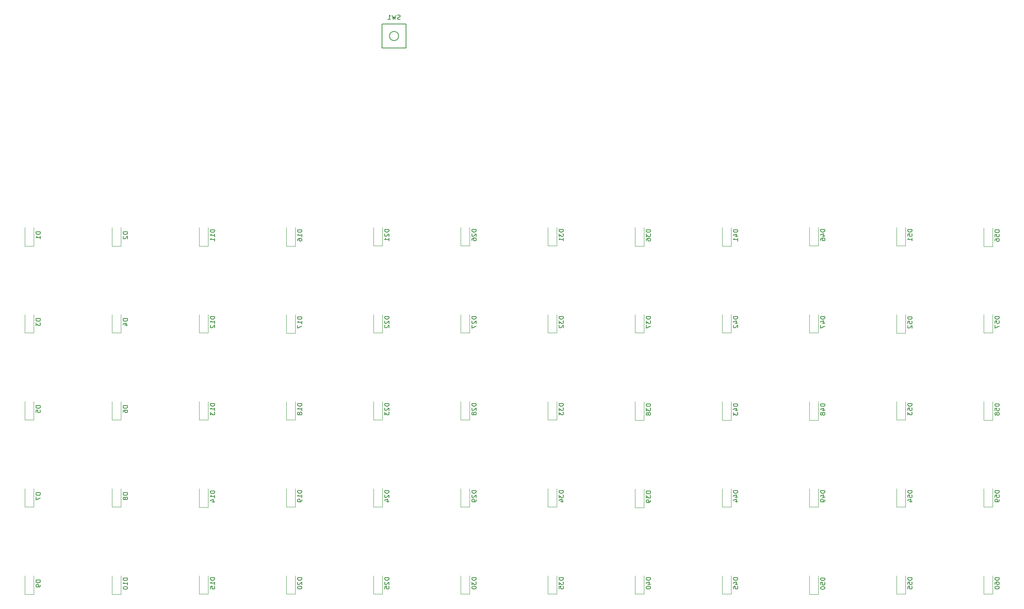
<source format=gbr>
%TF.GenerationSoftware,KiCad,Pcbnew,8.0.4*%
%TF.CreationDate,2024-09-02T18:18:05-04:00*%
%TF.ProjectId,BTKeyboardAttempt,42544b65-7962-46f6-9172-64417474656d,rev?*%
%TF.SameCoordinates,Original*%
%TF.FileFunction,Legend,Bot*%
%TF.FilePolarity,Positive*%
%FSLAX46Y46*%
G04 Gerber Fmt 4.6, Leading zero omitted, Abs format (unit mm)*
G04 Created by KiCad (PCBNEW 8.0.4) date 2024-09-02 18:18:05*
%MOMM*%
%LPD*%
G01*
G04 APERTURE LIST*
%ADD10C,0.150000*%
%ADD11C,0.120000*%
G04 APERTURE END LIST*
D10*
X93736069Y-59110714D02*
X92736069Y-59110714D01*
X92736069Y-59110714D02*
X92736069Y-59348809D01*
X92736069Y-59348809D02*
X92783688Y-59491666D01*
X92783688Y-59491666D02*
X92878926Y-59586904D01*
X92878926Y-59586904D02*
X92974164Y-59634523D01*
X92974164Y-59634523D02*
X93164640Y-59682142D01*
X93164640Y-59682142D02*
X93307497Y-59682142D01*
X93307497Y-59682142D02*
X93497973Y-59634523D01*
X93497973Y-59634523D02*
X93593211Y-59586904D01*
X93593211Y-59586904D02*
X93688450Y-59491666D01*
X93688450Y-59491666D02*
X93736069Y-59348809D01*
X93736069Y-59348809D02*
X93736069Y-59110714D01*
X93736069Y-60634523D02*
X93736069Y-60063095D01*
X93736069Y-60348809D02*
X92736069Y-60348809D01*
X92736069Y-60348809D02*
X92878926Y-60253571D01*
X92878926Y-60253571D02*
X92974164Y-60158333D01*
X92974164Y-60158333D02*
X93021783Y-60063095D01*
X93736069Y-61586904D02*
X93736069Y-61015476D01*
X93736069Y-61301190D02*
X92736069Y-61301190D01*
X92736069Y-61301190D02*
X92878926Y-61205952D01*
X92878926Y-61205952D02*
X92974164Y-61110714D01*
X92974164Y-61110714D02*
X93021783Y-61015476D01*
X55636069Y-78574405D02*
X54636069Y-78574405D01*
X54636069Y-78574405D02*
X54636069Y-78812500D01*
X54636069Y-78812500D02*
X54683688Y-78955357D01*
X54683688Y-78955357D02*
X54778926Y-79050595D01*
X54778926Y-79050595D02*
X54874164Y-79098214D01*
X54874164Y-79098214D02*
X55064640Y-79145833D01*
X55064640Y-79145833D02*
X55207497Y-79145833D01*
X55207497Y-79145833D02*
X55397973Y-79098214D01*
X55397973Y-79098214D02*
X55493211Y-79050595D01*
X55493211Y-79050595D02*
X55588450Y-78955357D01*
X55588450Y-78955357D02*
X55636069Y-78812500D01*
X55636069Y-78812500D02*
X55636069Y-78574405D01*
X54636069Y-79479167D02*
X54636069Y-80098214D01*
X54636069Y-80098214D02*
X55017021Y-79764881D01*
X55017021Y-79764881D02*
X55017021Y-79907738D01*
X55017021Y-79907738D02*
X55064640Y-80002976D01*
X55064640Y-80002976D02*
X55112259Y-80050595D01*
X55112259Y-80050595D02*
X55207497Y-80098214D01*
X55207497Y-80098214D02*
X55445592Y-80098214D01*
X55445592Y-80098214D02*
X55540830Y-80050595D01*
X55540830Y-80050595D02*
X55588450Y-80002976D01*
X55588450Y-80002976D02*
X55636069Y-79907738D01*
X55636069Y-79907738D02*
X55636069Y-79622024D01*
X55636069Y-79622024D02*
X55588450Y-79526786D01*
X55588450Y-79526786D02*
X55540830Y-79479167D01*
X150886069Y-97148214D02*
X149886069Y-97148214D01*
X149886069Y-97148214D02*
X149886069Y-97386309D01*
X149886069Y-97386309D02*
X149933688Y-97529166D01*
X149933688Y-97529166D02*
X150028926Y-97624404D01*
X150028926Y-97624404D02*
X150124164Y-97672023D01*
X150124164Y-97672023D02*
X150314640Y-97719642D01*
X150314640Y-97719642D02*
X150457497Y-97719642D01*
X150457497Y-97719642D02*
X150647973Y-97672023D01*
X150647973Y-97672023D02*
X150743211Y-97624404D01*
X150743211Y-97624404D02*
X150838450Y-97529166D01*
X150838450Y-97529166D02*
X150886069Y-97386309D01*
X150886069Y-97386309D02*
X150886069Y-97148214D01*
X149981307Y-98100595D02*
X149933688Y-98148214D01*
X149933688Y-98148214D02*
X149886069Y-98243452D01*
X149886069Y-98243452D02*
X149886069Y-98481547D01*
X149886069Y-98481547D02*
X149933688Y-98576785D01*
X149933688Y-98576785D02*
X149981307Y-98624404D01*
X149981307Y-98624404D02*
X150076545Y-98672023D01*
X150076545Y-98672023D02*
X150171783Y-98672023D01*
X150171783Y-98672023D02*
X150314640Y-98624404D01*
X150314640Y-98624404D02*
X150886069Y-98052976D01*
X150886069Y-98052976D02*
X150886069Y-98672023D01*
X150314640Y-99243452D02*
X150267021Y-99148214D01*
X150267021Y-99148214D02*
X150219402Y-99100595D01*
X150219402Y-99100595D02*
X150124164Y-99052976D01*
X150124164Y-99052976D02*
X150076545Y-99052976D01*
X150076545Y-99052976D02*
X149981307Y-99100595D01*
X149981307Y-99100595D02*
X149933688Y-99148214D01*
X149933688Y-99148214D02*
X149886069Y-99243452D01*
X149886069Y-99243452D02*
X149886069Y-99433928D01*
X149886069Y-99433928D02*
X149933688Y-99529166D01*
X149933688Y-99529166D02*
X149981307Y-99576785D01*
X149981307Y-99576785D02*
X150076545Y-99624404D01*
X150076545Y-99624404D02*
X150124164Y-99624404D01*
X150124164Y-99624404D02*
X150219402Y-99576785D01*
X150219402Y-99576785D02*
X150267021Y-99529166D01*
X150267021Y-99529166D02*
X150314640Y-99433928D01*
X150314640Y-99433928D02*
X150314640Y-99243452D01*
X150314640Y-99243452D02*
X150362259Y-99148214D01*
X150362259Y-99148214D02*
X150409878Y-99100595D01*
X150409878Y-99100595D02*
X150505116Y-99052976D01*
X150505116Y-99052976D02*
X150695592Y-99052976D01*
X150695592Y-99052976D02*
X150790830Y-99100595D01*
X150790830Y-99100595D02*
X150838450Y-99148214D01*
X150838450Y-99148214D02*
X150886069Y-99243452D01*
X150886069Y-99243452D02*
X150886069Y-99433928D01*
X150886069Y-99433928D02*
X150838450Y-99529166D01*
X150838450Y-99529166D02*
X150790830Y-99576785D01*
X150790830Y-99576785D02*
X150695592Y-99624404D01*
X150695592Y-99624404D02*
X150505116Y-99624404D01*
X150505116Y-99624404D02*
X150409878Y-99576785D01*
X150409878Y-99576785D02*
X150362259Y-99529166D01*
X150362259Y-99529166D02*
X150314640Y-99433928D01*
X169936069Y-78098214D02*
X168936069Y-78098214D01*
X168936069Y-78098214D02*
X168936069Y-78336309D01*
X168936069Y-78336309D02*
X168983688Y-78479166D01*
X168983688Y-78479166D02*
X169078926Y-78574404D01*
X169078926Y-78574404D02*
X169174164Y-78622023D01*
X169174164Y-78622023D02*
X169364640Y-78669642D01*
X169364640Y-78669642D02*
X169507497Y-78669642D01*
X169507497Y-78669642D02*
X169697973Y-78622023D01*
X169697973Y-78622023D02*
X169793211Y-78574404D01*
X169793211Y-78574404D02*
X169888450Y-78479166D01*
X169888450Y-78479166D02*
X169936069Y-78336309D01*
X169936069Y-78336309D02*
X169936069Y-78098214D01*
X168936069Y-79002976D02*
X168936069Y-79622023D01*
X168936069Y-79622023D02*
X169317021Y-79288690D01*
X169317021Y-79288690D02*
X169317021Y-79431547D01*
X169317021Y-79431547D02*
X169364640Y-79526785D01*
X169364640Y-79526785D02*
X169412259Y-79574404D01*
X169412259Y-79574404D02*
X169507497Y-79622023D01*
X169507497Y-79622023D02*
X169745592Y-79622023D01*
X169745592Y-79622023D02*
X169840830Y-79574404D01*
X169840830Y-79574404D02*
X169888450Y-79526785D01*
X169888450Y-79526785D02*
X169936069Y-79431547D01*
X169936069Y-79431547D02*
X169936069Y-79145833D01*
X169936069Y-79145833D02*
X169888450Y-79050595D01*
X169888450Y-79050595D02*
X169840830Y-79002976D01*
X169031307Y-80002976D02*
X168983688Y-80050595D01*
X168983688Y-80050595D02*
X168936069Y-80145833D01*
X168936069Y-80145833D02*
X168936069Y-80383928D01*
X168936069Y-80383928D02*
X168983688Y-80479166D01*
X168983688Y-80479166D02*
X169031307Y-80526785D01*
X169031307Y-80526785D02*
X169126545Y-80574404D01*
X169126545Y-80574404D02*
X169221783Y-80574404D01*
X169221783Y-80574404D02*
X169364640Y-80526785D01*
X169364640Y-80526785D02*
X169936069Y-79955357D01*
X169936069Y-79955357D02*
X169936069Y-80574404D01*
X93736069Y-78098214D02*
X92736069Y-78098214D01*
X92736069Y-78098214D02*
X92736069Y-78336309D01*
X92736069Y-78336309D02*
X92783688Y-78479166D01*
X92783688Y-78479166D02*
X92878926Y-78574404D01*
X92878926Y-78574404D02*
X92974164Y-78622023D01*
X92974164Y-78622023D02*
X93164640Y-78669642D01*
X93164640Y-78669642D02*
X93307497Y-78669642D01*
X93307497Y-78669642D02*
X93497973Y-78622023D01*
X93497973Y-78622023D02*
X93593211Y-78574404D01*
X93593211Y-78574404D02*
X93688450Y-78479166D01*
X93688450Y-78479166D02*
X93736069Y-78336309D01*
X93736069Y-78336309D02*
X93736069Y-78098214D01*
X93736069Y-79622023D02*
X93736069Y-79050595D01*
X93736069Y-79336309D02*
X92736069Y-79336309D01*
X92736069Y-79336309D02*
X92878926Y-79241071D01*
X92878926Y-79241071D02*
X92974164Y-79145833D01*
X92974164Y-79145833D02*
X93021783Y-79050595D01*
X92831307Y-80002976D02*
X92783688Y-80050595D01*
X92783688Y-80050595D02*
X92736069Y-80145833D01*
X92736069Y-80145833D02*
X92736069Y-80383928D01*
X92736069Y-80383928D02*
X92783688Y-80479166D01*
X92783688Y-80479166D02*
X92831307Y-80526785D01*
X92831307Y-80526785D02*
X92926545Y-80574404D01*
X92926545Y-80574404D02*
X93021783Y-80574404D01*
X93021783Y-80574404D02*
X93164640Y-80526785D01*
X93164640Y-80526785D02*
X93736069Y-79955357D01*
X93736069Y-79955357D02*
X93736069Y-80574404D01*
X208036069Y-97210714D02*
X207036069Y-97210714D01*
X207036069Y-97210714D02*
X207036069Y-97448809D01*
X207036069Y-97448809D02*
X207083688Y-97591666D01*
X207083688Y-97591666D02*
X207178926Y-97686904D01*
X207178926Y-97686904D02*
X207274164Y-97734523D01*
X207274164Y-97734523D02*
X207464640Y-97782142D01*
X207464640Y-97782142D02*
X207607497Y-97782142D01*
X207607497Y-97782142D02*
X207797973Y-97734523D01*
X207797973Y-97734523D02*
X207893211Y-97686904D01*
X207893211Y-97686904D02*
X207988450Y-97591666D01*
X207988450Y-97591666D02*
X208036069Y-97448809D01*
X208036069Y-97448809D02*
X208036069Y-97210714D01*
X207369402Y-98639285D02*
X208036069Y-98639285D01*
X206988450Y-98401190D02*
X207702735Y-98163095D01*
X207702735Y-98163095D02*
X207702735Y-98782142D01*
X207036069Y-99067857D02*
X207036069Y-99686904D01*
X207036069Y-99686904D02*
X207417021Y-99353571D01*
X207417021Y-99353571D02*
X207417021Y-99496428D01*
X207417021Y-99496428D02*
X207464640Y-99591666D01*
X207464640Y-99591666D02*
X207512259Y-99639285D01*
X207512259Y-99639285D02*
X207607497Y-99686904D01*
X207607497Y-99686904D02*
X207845592Y-99686904D01*
X207845592Y-99686904D02*
X207940830Y-99639285D01*
X207940830Y-99639285D02*
X207988450Y-99591666D01*
X207988450Y-99591666D02*
X208036069Y-99496428D01*
X208036069Y-99496428D02*
X208036069Y-99210714D01*
X208036069Y-99210714D02*
X207988450Y-99115476D01*
X207988450Y-99115476D02*
X207940830Y-99067857D01*
X188986069Y-135248214D02*
X187986069Y-135248214D01*
X187986069Y-135248214D02*
X187986069Y-135486309D01*
X187986069Y-135486309D02*
X188033688Y-135629166D01*
X188033688Y-135629166D02*
X188128926Y-135724404D01*
X188128926Y-135724404D02*
X188224164Y-135772023D01*
X188224164Y-135772023D02*
X188414640Y-135819642D01*
X188414640Y-135819642D02*
X188557497Y-135819642D01*
X188557497Y-135819642D02*
X188747973Y-135772023D01*
X188747973Y-135772023D02*
X188843211Y-135724404D01*
X188843211Y-135724404D02*
X188938450Y-135629166D01*
X188938450Y-135629166D02*
X188986069Y-135486309D01*
X188986069Y-135486309D02*
X188986069Y-135248214D01*
X188319402Y-136676785D02*
X188986069Y-136676785D01*
X187938450Y-136438690D02*
X188652735Y-136200595D01*
X188652735Y-136200595D02*
X188652735Y-136819642D01*
X187986069Y-137391071D02*
X187986069Y-137486309D01*
X187986069Y-137486309D02*
X188033688Y-137581547D01*
X188033688Y-137581547D02*
X188081307Y-137629166D01*
X188081307Y-137629166D02*
X188176545Y-137676785D01*
X188176545Y-137676785D02*
X188367021Y-137724404D01*
X188367021Y-137724404D02*
X188605116Y-137724404D01*
X188605116Y-137724404D02*
X188795592Y-137676785D01*
X188795592Y-137676785D02*
X188890830Y-137629166D01*
X188890830Y-137629166D02*
X188938450Y-137581547D01*
X188938450Y-137581547D02*
X188986069Y-137486309D01*
X188986069Y-137486309D02*
X188986069Y-137391071D01*
X188986069Y-137391071D02*
X188938450Y-137295833D01*
X188938450Y-137295833D02*
X188890830Y-137248214D01*
X188890830Y-137248214D02*
X188795592Y-137200595D01*
X188795592Y-137200595D02*
X188605116Y-137152976D01*
X188605116Y-137152976D02*
X188367021Y-137152976D01*
X188367021Y-137152976D02*
X188176545Y-137200595D01*
X188176545Y-137200595D02*
X188081307Y-137248214D01*
X188081307Y-137248214D02*
X188033688Y-137295833D01*
X188033688Y-137295833D02*
X187986069Y-137391071D01*
X188986069Y-97210714D02*
X187986069Y-97210714D01*
X187986069Y-97210714D02*
X187986069Y-97448809D01*
X187986069Y-97448809D02*
X188033688Y-97591666D01*
X188033688Y-97591666D02*
X188128926Y-97686904D01*
X188128926Y-97686904D02*
X188224164Y-97734523D01*
X188224164Y-97734523D02*
X188414640Y-97782142D01*
X188414640Y-97782142D02*
X188557497Y-97782142D01*
X188557497Y-97782142D02*
X188747973Y-97734523D01*
X188747973Y-97734523D02*
X188843211Y-97686904D01*
X188843211Y-97686904D02*
X188938450Y-97591666D01*
X188938450Y-97591666D02*
X188986069Y-97448809D01*
X188986069Y-97448809D02*
X188986069Y-97210714D01*
X187986069Y-98115476D02*
X187986069Y-98734523D01*
X187986069Y-98734523D02*
X188367021Y-98401190D01*
X188367021Y-98401190D02*
X188367021Y-98544047D01*
X188367021Y-98544047D02*
X188414640Y-98639285D01*
X188414640Y-98639285D02*
X188462259Y-98686904D01*
X188462259Y-98686904D02*
X188557497Y-98734523D01*
X188557497Y-98734523D02*
X188795592Y-98734523D01*
X188795592Y-98734523D02*
X188890830Y-98686904D01*
X188890830Y-98686904D02*
X188938450Y-98639285D01*
X188938450Y-98639285D02*
X188986069Y-98544047D01*
X188986069Y-98544047D02*
X188986069Y-98258333D01*
X188986069Y-98258333D02*
X188938450Y-98163095D01*
X188938450Y-98163095D02*
X188890830Y-98115476D01*
X188414640Y-99305952D02*
X188367021Y-99210714D01*
X188367021Y-99210714D02*
X188319402Y-99163095D01*
X188319402Y-99163095D02*
X188224164Y-99115476D01*
X188224164Y-99115476D02*
X188176545Y-99115476D01*
X188176545Y-99115476D02*
X188081307Y-99163095D01*
X188081307Y-99163095D02*
X188033688Y-99210714D01*
X188033688Y-99210714D02*
X187986069Y-99305952D01*
X187986069Y-99305952D02*
X187986069Y-99496428D01*
X187986069Y-99496428D02*
X188033688Y-99591666D01*
X188033688Y-99591666D02*
X188081307Y-99639285D01*
X188081307Y-99639285D02*
X188176545Y-99686904D01*
X188176545Y-99686904D02*
X188224164Y-99686904D01*
X188224164Y-99686904D02*
X188319402Y-99639285D01*
X188319402Y-99639285D02*
X188367021Y-99591666D01*
X188367021Y-99591666D02*
X188414640Y-99496428D01*
X188414640Y-99496428D02*
X188414640Y-99305952D01*
X188414640Y-99305952D02*
X188462259Y-99210714D01*
X188462259Y-99210714D02*
X188509878Y-99163095D01*
X188509878Y-99163095D02*
X188605116Y-99115476D01*
X188605116Y-99115476D02*
X188795592Y-99115476D01*
X188795592Y-99115476D02*
X188890830Y-99163095D01*
X188890830Y-99163095D02*
X188938450Y-99210714D01*
X188938450Y-99210714D02*
X188986069Y-99305952D01*
X188986069Y-99305952D02*
X188986069Y-99496428D01*
X188986069Y-99496428D02*
X188938450Y-99591666D01*
X188938450Y-99591666D02*
X188890830Y-99639285D01*
X188890830Y-99639285D02*
X188795592Y-99686904D01*
X188795592Y-99686904D02*
X188605116Y-99686904D01*
X188605116Y-99686904D02*
X188509878Y-99639285D01*
X188509878Y-99639285D02*
X188462259Y-99591666D01*
X188462259Y-99591666D02*
X188414640Y-99496428D01*
X227086069Y-116198214D02*
X226086069Y-116198214D01*
X226086069Y-116198214D02*
X226086069Y-116436309D01*
X226086069Y-116436309D02*
X226133688Y-116579166D01*
X226133688Y-116579166D02*
X226228926Y-116674404D01*
X226228926Y-116674404D02*
X226324164Y-116722023D01*
X226324164Y-116722023D02*
X226514640Y-116769642D01*
X226514640Y-116769642D02*
X226657497Y-116769642D01*
X226657497Y-116769642D02*
X226847973Y-116722023D01*
X226847973Y-116722023D02*
X226943211Y-116674404D01*
X226943211Y-116674404D02*
X227038450Y-116579166D01*
X227038450Y-116579166D02*
X227086069Y-116436309D01*
X227086069Y-116436309D02*
X227086069Y-116198214D01*
X226419402Y-117626785D02*
X227086069Y-117626785D01*
X226038450Y-117388690D02*
X226752735Y-117150595D01*
X226752735Y-117150595D02*
X226752735Y-117769642D01*
X227086069Y-118198214D02*
X227086069Y-118388690D01*
X227086069Y-118388690D02*
X227038450Y-118483928D01*
X227038450Y-118483928D02*
X226990830Y-118531547D01*
X226990830Y-118531547D02*
X226847973Y-118626785D01*
X226847973Y-118626785D02*
X226657497Y-118674404D01*
X226657497Y-118674404D02*
X226276545Y-118674404D01*
X226276545Y-118674404D02*
X226181307Y-118626785D01*
X226181307Y-118626785D02*
X226133688Y-118579166D01*
X226133688Y-118579166D02*
X226086069Y-118483928D01*
X226086069Y-118483928D02*
X226086069Y-118293452D01*
X226086069Y-118293452D02*
X226133688Y-118198214D01*
X226133688Y-118198214D02*
X226181307Y-118150595D01*
X226181307Y-118150595D02*
X226276545Y-118102976D01*
X226276545Y-118102976D02*
X226514640Y-118102976D01*
X226514640Y-118102976D02*
X226609878Y-118150595D01*
X226609878Y-118150595D02*
X226657497Y-118198214D01*
X226657497Y-118198214D02*
X226705116Y-118293452D01*
X226705116Y-118293452D02*
X226705116Y-118483928D01*
X226705116Y-118483928D02*
X226657497Y-118579166D01*
X226657497Y-118579166D02*
X226609878Y-118626785D01*
X226609878Y-118626785D02*
X226514640Y-118674404D01*
X246136069Y-59048214D02*
X245136069Y-59048214D01*
X245136069Y-59048214D02*
X245136069Y-59286309D01*
X245136069Y-59286309D02*
X245183688Y-59429166D01*
X245183688Y-59429166D02*
X245278926Y-59524404D01*
X245278926Y-59524404D02*
X245374164Y-59572023D01*
X245374164Y-59572023D02*
X245564640Y-59619642D01*
X245564640Y-59619642D02*
X245707497Y-59619642D01*
X245707497Y-59619642D02*
X245897973Y-59572023D01*
X245897973Y-59572023D02*
X245993211Y-59524404D01*
X245993211Y-59524404D02*
X246088450Y-59429166D01*
X246088450Y-59429166D02*
X246136069Y-59286309D01*
X246136069Y-59286309D02*
X246136069Y-59048214D01*
X245136069Y-60524404D02*
X245136069Y-60048214D01*
X245136069Y-60048214D02*
X245612259Y-60000595D01*
X245612259Y-60000595D02*
X245564640Y-60048214D01*
X245564640Y-60048214D02*
X245517021Y-60143452D01*
X245517021Y-60143452D02*
X245517021Y-60381547D01*
X245517021Y-60381547D02*
X245564640Y-60476785D01*
X245564640Y-60476785D02*
X245612259Y-60524404D01*
X245612259Y-60524404D02*
X245707497Y-60572023D01*
X245707497Y-60572023D02*
X245945592Y-60572023D01*
X245945592Y-60572023D02*
X246040830Y-60524404D01*
X246040830Y-60524404D02*
X246088450Y-60476785D01*
X246088450Y-60476785D02*
X246136069Y-60381547D01*
X246136069Y-60381547D02*
X246136069Y-60143452D01*
X246136069Y-60143452D02*
X246088450Y-60048214D01*
X246088450Y-60048214D02*
X246040830Y-60000595D01*
X246136069Y-61524404D02*
X246136069Y-60952976D01*
X246136069Y-61238690D02*
X245136069Y-61238690D01*
X245136069Y-61238690D02*
X245278926Y-61143452D01*
X245278926Y-61143452D02*
X245374164Y-61048214D01*
X245374164Y-61048214D02*
X245421783Y-60952976D01*
X246136069Y-97148214D02*
X245136069Y-97148214D01*
X245136069Y-97148214D02*
X245136069Y-97386309D01*
X245136069Y-97386309D02*
X245183688Y-97529166D01*
X245183688Y-97529166D02*
X245278926Y-97624404D01*
X245278926Y-97624404D02*
X245374164Y-97672023D01*
X245374164Y-97672023D02*
X245564640Y-97719642D01*
X245564640Y-97719642D02*
X245707497Y-97719642D01*
X245707497Y-97719642D02*
X245897973Y-97672023D01*
X245897973Y-97672023D02*
X245993211Y-97624404D01*
X245993211Y-97624404D02*
X246088450Y-97529166D01*
X246088450Y-97529166D02*
X246136069Y-97386309D01*
X246136069Y-97386309D02*
X246136069Y-97148214D01*
X245136069Y-98624404D02*
X245136069Y-98148214D01*
X245136069Y-98148214D02*
X245612259Y-98100595D01*
X245612259Y-98100595D02*
X245564640Y-98148214D01*
X245564640Y-98148214D02*
X245517021Y-98243452D01*
X245517021Y-98243452D02*
X245517021Y-98481547D01*
X245517021Y-98481547D02*
X245564640Y-98576785D01*
X245564640Y-98576785D02*
X245612259Y-98624404D01*
X245612259Y-98624404D02*
X245707497Y-98672023D01*
X245707497Y-98672023D02*
X245945592Y-98672023D01*
X245945592Y-98672023D02*
X246040830Y-98624404D01*
X246040830Y-98624404D02*
X246088450Y-98576785D01*
X246088450Y-98576785D02*
X246136069Y-98481547D01*
X246136069Y-98481547D02*
X246136069Y-98243452D01*
X246136069Y-98243452D02*
X246088450Y-98148214D01*
X246088450Y-98148214D02*
X246040830Y-98100595D01*
X245136069Y-99005357D02*
X245136069Y-99624404D01*
X245136069Y-99624404D02*
X245517021Y-99291071D01*
X245517021Y-99291071D02*
X245517021Y-99433928D01*
X245517021Y-99433928D02*
X245564640Y-99529166D01*
X245564640Y-99529166D02*
X245612259Y-99576785D01*
X245612259Y-99576785D02*
X245707497Y-99624404D01*
X245707497Y-99624404D02*
X245945592Y-99624404D01*
X245945592Y-99624404D02*
X246040830Y-99576785D01*
X246040830Y-99576785D02*
X246088450Y-99529166D01*
X246088450Y-99529166D02*
X246136069Y-99433928D01*
X246136069Y-99433928D02*
X246136069Y-99148214D01*
X246136069Y-99148214D02*
X246088450Y-99052976D01*
X246088450Y-99052976D02*
X246040830Y-99005357D01*
X265186069Y-135248214D02*
X264186069Y-135248214D01*
X264186069Y-135248214D02*
X264186069Y-135486309D01*
X264186069Y-135486309D02*
X264233688Y-135629166D01*
X264233688Y-135629166D02*
X264328926Y-135724404D01*
X264328926Y-135724404D02*
X264424164Y-135772023D01*
X264424164Y-135772023D02*
X264614640Y-135819642D01*
X264614640Y-135819642D02*
X264757497Y-135819642D01*
X264757497Y-135819642D02*
X264947973Y-135772023D01*
X264947973Y-135772023D02*
X265043211Y-135724404D01*
X265043211Y-135724404D02*
X265138450Y-135629166D01*
X265138450Y-135629166D02*
X265186069Y-135486309D01*
X265186069Y-135486309D02*
X265186069Y-135248214D01*
X264186069Y-136676785D02*
X264186069Y-136486309D01*
X264186069Y-136486309D02*
X264233688Y-136391071D01*
X264233688Y-136391071D02*
X264281307Y-136343452D01*
X264281307Y-136343452D02*
X264424164Y-136248214D01*
X264424164Y-136248214D02*
X264614640Y-136200595D01*
X264614640Y-136200595D02*
X264995592Y-136200595D01*
X264995592Y-136200595D02*
X265090830Y-136248214D01*
X265090830Y-136248214D02*
X265138450Y-136295833D01*
X265138450Y-136295833D02*
X265186069Y-136391071D01*
X265186069Y-136391071D02*
X265186069Y-136581547D01*
X265186069Y-136581547D02*
X265138450Y-136676785D01*
X265138450Y-136676785D02*
X265090830Y-136724404D01*
X265090830Y-136724404D02*
X264995592Y-136772023D01*
X264995592Y-136772023D02*
X264757497Y-136772023D01*
X264757497Y-136772023D02*
X264662259Y-136724404D01*
X264662259Y-136724404D02*
X264614640Y-136676785D01*
X264614640Y-136676785D02*
X264567021Y-136581547D01*
X264567021Y-136581547D02*
X264567021Y-136391071D01*
X264567021Y-136391071D02*
X264614640Y-136295833D01*
X264614640Y-136295833D02*
X264662259Y-136248214D01*
X264662259Y-136248214D02*
X264757497Y-136200595D01*
X264186069Y-137391071D02*
X264186069Y-137486309D01*
X264186069Y-137486309D02*
X264233688Y-137581547D01*
X264233688Y-137581547D02*
X264281307Y-137629166D01*
X264281307Y-137629166D02*
X264376545Y-137676785D01*
X264376545Y-137676785D02*
X264567021Y-137724404D01*
X264567021Y-137724404D02*
X264805116Y-137724404D01*
X264805116Y-137724404D02*
X264995592Y-137676785D01*
X264995592Y-137676785D02*
X265090830Y-137629166D01*
X265090830Y-137629166D02*
X265138450Y-137581547D01*
X265138450Y-137581547D02*
X265186069Y-137486309D01*
X265186069Y-137486309D02*
X265186069Y-137391071D01*
X265186069Y-137391071D02*
X265138450Y-137295833D01*
X265138450Y-137295833D02*
X265090830Y-137248214D01*
X265090830Y-137248214D02*
X264995592Y-137200595D01*
X264995592Y-137200595D02*
X264805116Y-137152976D01*
X264805116Y-137152976D02*
X264567021Y-137152976D01*
X264567021Y-137152976D02*
X264376545Y-137200595D01*
X264376545Y-137200595D02*
X264281307Y-137248214D01*
X264281307Y-137248214D02*
X264233688Y-137295833D01*
X264233688Y-137295833D02*
X264186069Y-137391071D01*
X55636069Y-97624405D02*
X54636069Y-97624405D01*
X54636069Y-97624405D02*
X54636069Y-97862500D01*
X54636069Y-97862500D02*
X54683688Y-98005357D01*
X54683688Y-98005357D02*
X54778926Y-98100595D01*
X54778926Y-98100595D02*
X54874164Y-98148214D01*
X54874164Y-98148214D02*
X55064640Y-98195833D01*
X55064640Y-98195833D02*
X55207497Y-98195833D01*
X55207497Y-98195833D02*
X55397973Y-98148214D01*
X55397973Y-98148214D02*
X55493211Y-98100595D01*
X55493211Y-98100595D02*
X55588450Y-98005357D01*
X55588450Y-98005357D02*
X55636069Y-97862500D01*
X55636069Y-97862500D02*
X55636069Y-97624405D01*
X54636069Y-99100595D02*
X54636069Y-98624405D01*
X54636069Y-98624405D02*
X55112259Y-98576786D01*
X55112259Y-98576786D02*
X55064640Y-98624405D01*
X55064640Y-98624405D02*
X55017021Y-98719643D01*
X55017021Y-98719643D02*
X55017021Y-98957738D01*
X55017021Y-98957738D02*
X55064640Y-99052976D01*
X55064640Y-99052976D02*
X55112259Y-99100595D01*
X55112259Y-99100595D02*
X55207497Y-99148214D01*
X55207497Y-99148214D02*
X55445592Y-99148214D01*
X55445592Y-99148214D02*
X55540830Y-99100595D01*
X55540830Y-99100595D02*
X55588450Y-99052976D01*
X55588450Y-99052976D02*
X55636069Y-98957738D01*
X55636069Y-98957738D02*
X55636069Y-98719643D01*
X55636069Y-98719643D02*
X55588450Y-98624405D01*
X55588450Y-98624405D02*
X55540830Y-98576786D01*
X93736069Y-116260714D02*
X92736069Y-116260714D01*
X92736069Y-116260714D02*
X92736069Y-116498809D01*
X92736069Y-116498809D02*
X92783688Y-116641666D01*
X92783688Y-116641666D02*
X92878926Y-116736904D01*
X92878926Y-116736904D02*
X92974164Y-116784523D01*
X92974164Y-116784523D02*
X93164640Y-116832142D01*
X93164640Y-116832142D02*
X93307497Y-116832142D01*
X93307497Y-116832142D02*
X93497973Y-116784523D01*
X93497973Y-116784523D02*
X93593211Y-116736904D01*
X93593211Y-116736904D02*
X93688450Y-116641666D01*
X93688450Y-116641666D02*
X93736069Y-116498809D01*
X93736069Y-116498809D02*
X93736069Y-116260714D01*
X93736069Y-117784523D02*
X93736069Y-117213095D01*
X93736069Y-117498809D02*
X92736069Y-117498809D01*
X92736069Y-117498809D02*
X92878926Y-117403571D01*
X92878926Y-117403571D02*
X92974164Y-117308333D01*
X92974164Y-117308333D02*
X93021783Y-117213095D01*
X93069402Y-118641666D02*
X93736069Y-118641666D01*
X92688450Y-118403571D02*
X93402735Y-118165476D01*
X93402735Y-118165476D02*
X93402735Y-118784523D01*
X227086069Y-135310714D02*
X226086069Y-135310714D01*
X226086069Y-135310714D02*
X226086069Y-135548809D01*
X226086069Y-135548809D02*
X226133688Y-135691666D01*
X226133688Y-135691666D02*
X226228926Y-135786904D01*
X226228926Y-135786904D02*
X226324164Y-135834523D01*
X226324164Y-135834523D02*
X226514640Y-135882142D01*
X226514640Y-135882142D02*
X226657497Y-135882142D01*
X226657497Y-135882142D02*
X226847973Y-135834523D01*
X226847973Y-135834523D02*
X226943211Y-135786904D01*
X226943211Y-135786904D02*
X227038450Y-135691666D01*
X227038450Y-135691666D02*
X227086069Y-135548809D01*
X227086069Y-135548809D02*
X227086069Y-135310714D01*
X226086069Y-136786904D02*
X226086069Y-136310714D01*
X226086069Y-136310714D02*
X226562259Y-136263095D01*
X226562259Y-136263095D02*
X226514640Y-136310714D01*
X226514640Y-136310714D02*
X226467021Y-136405952D01*
X226467021Y-136405952D02*
X226467021Y-136644047D01*
X226467021Y-136644047D02*
X226514640Y-136739285D01*
X226514640Y-136739285D02*
X226562259Y-136786904D01*
X226562259Y-136786904D02*
X226657497Y-136834523D01*
X226657497Y-136834523D02*
X226895592Y-136834523D01*
X226895592Y-136834523D02*
X226990830Y-136786904D01*
X226990830Y-136786904D02*
X227038450Y-136739285D01*
X227038450Y-136739285D02*
X227086069Y-136644047D01*
X227086069Y-136644047D02*
X227086069Y-136405952D01*
X227086069Y-136405952D02*
X227038450Y-136310714D01*
X227038450Y-136310714D02*
X226990830Y-136263095D01*
X226086069Y-137453571D02*
X226086069Y-137548809D01*
X226086069Y-137548809D02*
X226133688Y-137644047D01*
X226133688Y-137644047D02*
X226181307Y-137691666D01*
X226181307Y-137691666D02*
X226276545Y-137739285D01*
X226276545Y-137739285D02*
X226467021Y-137786904D01*
X226467021Y-137786904D02*
X226705116Y-137786904D01*
X226705116Y-137786904D02*
X226895592Y-137739285D01*
X226895592Y-137739285D02*
X226990830Y-137691666D01*
X226990830Y-137691666D02*
X227038450Y-137644047D01*
X227038450Y-137644047D02*
X227086069Y-137548809D01*
X227086069Y-137548809D02*
X227086069Y-137453571D01*
X227086069Y-137453571D02*
X227038450Y-137358333D01*
X227038450Y-137358333D02*
X226990830Y-137310714D01*
X226990830Y-137310714D02*
X226895592Y-137263095D01*
X226895592Y-137263095D02*
X226705116Y-137215476D01*
X226705116Y-137215476D02*
X226467021Y-137215476D01*
X226467021Y-137215476D02*
X226276545Y-137263095D01*
X226276545Y-137263095D02*
X226181307Y-137310714D01*
X226181307Y-137310714D02*
X226133688Y-137358333D01*
X226133688Y-137358333D02*
X226086069Y-137453571D01*
X227086069Y-97210714D02*
X226086069Y-97210714D01*
X226086069Y-97210714D02*
X226086069Y-97448809D01*
X226086069Y-97448809D02*
X226133688Y-97591666D01*
X226133688Y-97591666D02*
X226228926Y-97686904D01*
X226228926Y-97686904D02*
X226324164Y-97734523D01*
X226324164Y-97734523D02*
X226514640Y-97782142D01*
X226514640Y-97782142D02*
X226657497Y-97782142D01*
X226657497Y-97782142D02*
X226847973Y-97734523D01*
X226847973Y-97734523D02*
X226943211Y-97686904D01*
X226943211Y-97686904D02*
X227038450Y-97591666D01*
X227038450Y-97591666D02*
X227086069Y-97448809D01*
X227086069Y-97448809D02*
X227086069Y-97210714D01*
X226419402Y-98639285D02*
X227086069Y-98639285D01*
X226038450Y-98401190D02*
X226752735Y-98163095D01*
X226752735Y-98163095D02*
X226752735Y-98782142D01*
X226514640Y-99305952D02*
X226467021Y-99210714D01*
X226467021Y-99210714D02*
X226419402Y-99163095D01*
X226419402Y-99163095D02*
X226324164Y-99115476D01*
X226324164Y-99115476D02*
X226276545Y-99115476D01*
X226276545Y-99115476D02*
X226181307Y-99163095D01*
X226181307Y-99163095D02*
X226133688Y-99210714D01*
X226133688Y-99210714D02*
X226086069Y-99305952D01*
X226086069Y-99305952D02*
X226086069Y-99496428D01*
X226086069Y-99496428D02*
X226133688Y-99591666D01*
X226133688Y-99591666D02*
X226181307Y-99639285D01*
X226181307Y-99639285D02*
X226276545Y-99686904D01*
X226276545Y-99686904D02*
X226324164Y-99686904D01*
X226324164Y-99686904D02*
X226419402Y-99639285D01*
X226419402Y-99639285D02*
X226467021Y-99591666D01*
X226467021Y-99591666D02*
X226514640Y-99496428D01*
X226514640Y-99496428D02*
X226514640Y-99305952D01*
X226514640Y-99305952D02*
X226562259Y-99210714D01*
X226562259Y-99210714D02*
X226609878Y-99163095D01*
X226609878Y-99163095D02*
X226705116Y-99115476D01*
X226705116Y-99115476D02*
X226895592Y-99115476D01*
X226895592Y-99115476D02*
X226990830Y-99163095D01*
X226990830Y-99163095D02*
X227038450Y-99210714D01*
X227038450Y-99210714D02*
X227086069Y-99305952D01*
X227086069Y-99305952D02*
X227086069Y-99496428D01*
X227086069Y-99496428D02*
X227038450Y-99591666D01*
X227038450Y-99591666D02*
X226990830Y-99639285D01*
X226990830Y-99639285D02*
X226895592Y-99686904D01*
X226895592Y-99686904D02*
X226705116Y-99686904D01*
X226705116Y-99686904D02*
X226609878Y-99639285D01*
X226609878Y-99639285D02*
X226562259Y-99591666D01*
X226562259Y-99591666D02*
X226514640Y-99496428D01*
X74686069Y-135310714D02*
X73686069Y-135310714D01*
X73686069Y-135310714D02*
X73686069Y-135548809D01*
X73686069Y-135548809D02*
X73733688Y-135691666D01*
X73733688Y-135691666D02*
X73828926Y-135786904D01*
X73828926Y-135786904D02*
X73924164Y-135834523D01*
X73924164Y-135834523D02*
X74114640Y-135882142D01*
X74114640Y-135882142D02*
X74257497Y-135882142D01*
X74257497Y-135882142D02*
X74447973Y-135834523D01*
X74447973Y-135834523D02*
X74543211Y-135786904D01*
X74543211Y-135786904D02*
X74638450Y-135691666D01*
X74638450Y-135691666D02*
X74686069Y-135548809D01*
X74686069Y-135548809D02*
X74686069Y-135310714D01*
X74686069Y-136834523D02*
X74686069Y-136263095D01*
X74686069Y-136548809D02*
X73686069Y-136548809D01*
X73686069Y-136548809D02*
X73828926Y-136453571D01*
X73828926Y-136453571D02*
X73924164Y-136358333D01*
X73924164Y-136358333D02*
X73971783Y-136263095D01*
X73686069Y-137453571D02*
X73686069Y-137548809D01*
X73686069Y-137548809D02*
X73733688Y-137644047D01*
X73733688Y-137644047D02*
X73781307Y-137691666D01*
X73781307Y-137691666D02*
X73876545Y-137739285D01*
X73876545Y-137739285D02*
X74067021Y-137786904D01*
X74067021Y-137786904D02*
X74305116Y-137786904D01*
X74305116Y-137786904D02*
X74495592Y-137739285D01*
X74495592Y-137739285D02*
X74590830Y-137691666D01*
X74590830Y-137691666D02*
X74638450Y-137644047D01*
X74638450Y-137644047D02*
X74686069Y-137548809D01*
X74686069Y-137548809D02*
X74686069Y-137453571D01*
X74686069Y-137453571D02*
X74638450Y-137358333D01*
X74638450Y-137358333D02*
X74590830Y-137310714D01*
X74590830Y-137310714D02*
X74495592Y-137263095D01*
X74495592Y-137263095D02*
X74305116Y-137215476D01*
X74305116Y-137215476D02*
X74067021Y-137215476D01*
X74067021Y-137215476D02*
X73876545Y-137263095D01*
X73876545Y-137263095D02*
X73781307Y-137310714D01*
X73781307Y-137310714D02*
X73733688Y-137358333D01*
X73733688Y-137358333D02*
X73686069Y-137453571D01*
X55636069Y-116674405D02*
X54636069Y-116674405D01*
X54636069Y-116674405D02*
X54636069Y-116912500D01*
X54636069Y-116912500D02*
X54683688Y-117055357D01*
X54683688Y-117055357D02*
X54778926Y-117150595D01*
X54778926Y-117150595D02*
X54874164Y-117198214D01*
X54874164Y-117198214D02*
X55064640Y-117245833D01*
X55064640Y-117245833D02*
X55207497Y-117245833D01*
X55207497Y-117245833D02*
X55397973Y-117198214D01*
X55397973Y-117198214D02*
X55493211Y-117150595D01*
X55493211Y-117150595D02*
X55588450Y-117055357D01*
X55588450Y-117055357D02*
X55636069Y-116912500D01*
X55636069Y-116912500D02*
X55636069Y-116674405D01*
X54636069Y-117579167D02*
X54636069Y-118245833D01*
X54636069Y-118245833D02*
X55636069Y-117817262D01*
X150886069Y-59048214D02*
X149886069Y-59048214D01*
X149886069Y-59048214D02*
X149886069Y-59286309D01*
X149886069Y-59286309D02*
X149933688Y-59429166D01*
X149933688Y-59429166D02*
X150028926Y-59524404D01*
X150028926Y-59524404D02*
X150124164Y-59572023D01*
X150124164Y-59572023D02*
X150314640Y-59619642D01*
X150314640Y-59619642D02*
X150457497Y-59619642D01*
X150457497Y-59619642D02*
X150647973Y-59572023D01*
X150647973Y-59572023D02*
X150743211Y-59524404D01*
X150743211Y-59524404D02*
X150838450Y-59429166D01*
X150838450Y-59429166D02*
X150886069Y-59286309D01*
X150886069Y-59286309D02*
X150886069Y-59048214D01*
X149981307Y-60000595D02*
X149933688Y-60048214D01*
X149933688Y-60048214D02*
X149886069Y-60143452D01*
X149886069Y-60143452D02*
X149886069Y-60381547D01*
X149886069Y-60381547D02*
X149933688Y-60476785D01*
X149933688Y-60476785D02*
X149981307Y-60524404D01*
X149981307Y-60524404D02*
X150076545Y-60572023D01*
X150076545Y-60572023D02*
X150171783Y-60572023D01*
X150171783Y-60572023D02*
X150314640Y-60524404D01*
X150314640Y-60524404D02*
X150886069Y-59952976D01*
X150886069Y-59952976D02*
X150886069Y-60572023D01*
X149886069Y-61429166D02*
X149886069Y-61238690D01*
X149886069Y-61238690D02*
X149933688Y-61143452D01*
X149933688Y-61143452D02*
X149981307Y-61095833D01*
X149981307Y-61095833D02*
X150124164Y-61000595D01*
X150124164Y-61000595D02*
X150314640Y-60952976D01*
X150314640Y-60952976D02*
X150695592Y-60952976D01*
X150695592Y-60952976D02*
X150790830Y-61000595D01*
X150790830Y-61000595D02*
X150838450Y-61048214D01*
X150838450Y-61048214D02*
X150886069Y-61143452D01*
X150886069Y-61143452D02*
X150886069Y-61333928D01*
X150886069Y-61333928D02*
X150838450Y-61429166D01*
X150838450Y-61429166D02*
X150790830Y-61476785D01*
X150790830Y-61476785D02*
X150695592Y-61524404D01*
X150695592Y-61524404D02*
X150457497Y-61524404D01*
X150457497Y-61524404D02*
X150362259Y-61476785D01*
X150362259Y-61476785D02*
X150314640Y-61429166D01*
X150314640Y-61429166D02*
X150267021Y-61333928D01*
X150267021Y-61333928D02*
X150267021Y-61143452D01*
X150267021Y-61143452D02*
X150314640Y-61048214D01*
X150314640Y-61048214D02*
X150362259Y-61000595D01*
X150362259Y-61000595D02*
X150457497Y-60952976D01*
X93736069Y-135248214D02*
X92736069Y-135248214D01*
X92736069Y-135248214D02*
X92736069Y-135486309D01*
X92736069Y-135486309D02*
X92783688Y-135629166D01*
X92783688Y-135629166D02*
X92878926Y-135724404D01*
X92878926Y-135724404D02*
X92974164Y-135772023D01*
X92974164Y-135772023D02*
X93164640Y-135819642D01*
X93164640Y-135819642D02*
X93307497Y-135819642D01*
X93307497Y-135819642D02*
X93497973Y-135772023D01*
X93497973Y-135772023D02*
X93593211Y-135724404D01*
X93593211Y-135724404D02*
X93688450Y-135629166D01*
X93688450Y-135629166D02*
X93736069Y-135486309D01*
X93736069Y-135486309D02*
X93736069Y-135248214D01*
X93736069Y-136772023D02*
X93736069Y-136200595D01*
X93736069Y-136486309D02*
X92736069Y-136486309D01*
X92736069Y-136486309D02*
X92878926Y-136391071D01*
X92878926Y-136391071D02*
X92974164Y-136295833D01*
X92974164Y-136295833D02*
X93021783Y-136200595D01*
X92736069Y-137676785D02*
X92736069Y-137200595D01*
X92736069Y-137200595D02*
X93212259Y-137152976D01*
X93212259Y-137152976D02*
X93164640Y-137200595D01*
X93164640Y-137200595D02*
X93117021Y-137295833D01*
X93117021Y-137295833D02*
X93117021Y-137533928D01*
X93117021Y-137533928D02*
X93164640Y-137629166D01*
X93164640Y-137629166D02*
X93212259Y-137676785D01*
X93212259Y-137676785D02*
X93307497Y-137724404D01*
X93307497Y-137724404D02*
X93545592Y-137724404D01*
X93545592Y-137724404D02*
X93640830Y-137676785D01*
X93640830Y-137676785D02*
X93688450Y-137629166D01*
X93688450Y-137629166D02*
X93736069Y-137533928D01*
X93736069Y-137533928D02*
X93736069Y-137295833D01*
X93736069Y-137295833D02*
X93688450Y-137200595D01*
X93688450Y-137200595D02*
X93640830Y-137152976D01*
X55636069Y-135786905D02*
X54636069Y-135786905D01*
X54636069Y-135786905D02*
X54636069Y-136025000D01*
X54636069Y-136025000D02*
X54683688Y-136167857D01*
X54683688Y-136167857D02*
X54778926Y-136263095D01*
X54778926Y-136263095D02*
X54874164Y-136310714D01*
X54874164Y-136310714D02*
X55064640Y-136358333D01*
X55064640Y-136358333D02*
X55207497Y-136358333D01*
X55207497Y-136358333D02*
X55397973Y-136310714D01*
X55397973Y-136310714D02*
X55493211Y-136263095D01*
X55493211Y-136263095D02*
X55588450Y-136167857D01*
X55588450Y-136167857D02*
X55636069Y-136025000D01*
X55636069Y-136025000D02*
X55636069Y-135786905D01*
X55636069Y-136834524D02*
X55636069Y-137025000D01*
X55636069Y-137025000D02*
X55588450Y-137120238D01*
X55588450Y-137120238D02*
X55540830Y-137167857D01*
X55540830Y-137167857D02*
X55397973Y-137263095D01*
X55397973Y-137263095D02*
X55207497Y-137310714D01*
X55207497Y-137310714D02*
X54826545Y-137310714D01*
X54826545Y-137310714D02*
X54731307Y-137263095D01*
X54731307Y-137263095D02*
X54683688Y-137215476D01*
X54683688Y-137215476D02*
X54636069Y-137120238D01*
X54636069Y-137120238D02*
X54636069Y-136929762D01*
X54636069Y-136929762D02*
X54683688Y-136834524D01*
X54683688Y-136834524D02*
X54731307Y-136786905D01*
X54731307Y-136786905D02*
X54826545Y-136739286D01*
X54826545Y-136739286D02*
X55064640Y-136739286D01*
X55064640Y-136739286D02*
X55159878Y-136786905D01*
X55159878Y-136786905D02*
X55207497Y-136834524D01*
X55207497Y-136834524D02*
X55255116Y-136929762D01*
X55255116Y-136929762D02*
X55255116Y-137120238D01*
X55255116Y-137120238D02*
X55207497Y-137215476D01*
X55207497Y-137215476D02*
X55159878Y-137263095D01*
X55159878Y-137263095D02*
X55064640Y-137310714D01*
X265186069Y-116198214D02*
X264186069Y-116198214D01*
X264186069Y-116198214D02*
X264186069Y-116436309D01*
X264186069Y-116436309D02*
X264233688Y-116579166D01*
X264233688Y-116579166D02*
X264328926Y-116674404D01*
X264328926Y-116674404D02*
X264424164Y-116722023D01*
X264424164Y-116722023D02*
X264614640Y-116769642D01*
X264614640Y-116769642D02*
X264757497Y-116769642D01*
X264757497Y-116769642D02*
X264947973Y-116722023D01*
X264947973Y-116722023D02*
X265043211Y-116674404D01*
X265043211Y-116674404D02*
X265138450Y-116579166D01*
X265138450Y-116579166D02*
X265186069Y-116436309D01*
X265186069Y-116436309D02*
X265186069Y-116198214D01*
X264186069Y-117674404D02*
X264186069Y-117198214D01*
X264186069Y-117198214D02*
X264662259Y-117150595D01*
X264662259Y-117150595D02*
X264614640Y-117198214D01*
X264614640Y-117198214D02*
X264567021Y-117293452D01*
X264567021Y-117293452D02*
X264567021Y-117531547D01*
X264567021Y-117531547D02*
X264614640Y-117626785D01*
X264614640Y-117626785D02*
X264662259Y-117674404D01*
X264662259Y-117674404D02*
X264757497Y-117722023D01*
X264757497Y-117722023D02*
X264995592Y-117722023D01*
X264995592Y-117722023D02*
X265090830Y-117674404D01*
X265090830Y-117674404D02*
X265138450Y-117626785D01*
X265138450Y-117626785D02*
X265186069Y-117531547D01*
X265186069Y-117531547D02*
X265186069Y-117293452D01*
X265186069Y-117293452D02*
X265138450Y-117198214D01*
X265138450Y-117198214D02*
X265090830Y-117150595D01*
X265186069Y-118198214D02*
X265186069Y-118388690D01*
X265186069Y-118388690D02*
X265138450Y-118483928D01*
X265138450Y-118483928D02*
X265090830Y-118531547D01*
X265090830Y-118531547D02*
X264947973Y-118626785D01*
X264947973Y-118626785D02*
X264757497Y-118674404D01*
X264757497Y-118674404D02*
X264376545Y-118674404D01*
X264376545Y-118674404D02*
X264281307Y-118626785D01*
X264281307Y-118626785D02*
X264233688Y-118579166D01*
X264233688Y-118579166D02*
X264186069Y-118483928D01*
X264186069Y-118483928D02*
X264186069Y-118293452D01*
X264186069Y-118293452D02*
X264233688Y-118198214D01*
X264233688Y-118198214D02*
X264281307Y-118150595D01*
X264281307Y-118150595D02*
X264376545Y-118102976D01*
X264376545Y-118102976D02*
X264614640Y-118102976D01*
X264614640Y-118102976D02*
X264709878Y-118150595D01*
X264709878Y-118150595D02*
X264757497Y-118198214D01*
X264757497Y-118198214D02*
X264805116Y-118293452D01*
X264805116Y-118293452D02*
X264805116Y-118483928D01*
X264805116Y-118483928D02*
X264757497Y-118579166D01*
X264757497Y-118579166D02*
X264709878Y-118626785D01*
X264709878Y-118626785D02*
X264614640Y-118674404D01*
X112786069Y-116198214D02*
X111786069Y-116198214D01*
X111786069Y-116198214D02*
X111786069Y-116436309D01*
X111786069Y-116436309D02*
X111833688Y-116579166D01*
X111833688Y-116579166D02*
X111928926Y-116674404D01*
X111928926Y-116674404D02*
X112024164Y-116722023D01*
X112024164Y-116722023D02*
X112214640Y-116769642D01*
X112214640Y-116769642D02*
X112357497Y-116769642D01*
X112357497Y-116769642D02*
X112547973Y-116722023D01*
X112547973Y-116722023D02*
X112643211Y-116674404D01*
X112643211Y-116674404D02*
X112738450Y-116579166D01*
X112738450Y-116579166D02*
X112786069Y-116436309D01*
X112786069Y-116436309D02*
X112786069Y-116198214D01*
X112786069Y-117722023D02*
X112786069Y-117150595D01*
X112786069Y-117436309D02*
X111786069Y-117436309D01*
X111786069Y-117436309D02*
X111928926Y-117341071D01*
X111928926Y-117341071D02*
X112024164Y-117245833D01*
X112024164Y-117245833D02*
X112071783Y-117150595D01*
X112786069Y-118198214D02*
X112786069Y-118388690D01*
X112786069Y-118388690D02*
X112738450Y-118483928D01*
X112738450Y-118483928D02*
X112690830Y-118531547D01*
X112690830Y-118531547D02*
X112547973Y-118626785D01*
X112547973Y-118626785D02*
X112357497Y-118674404D01*
X112357497Y-118674404D02*
X111976545Y-118674404D01*
X111976545Y-118674404D02*
X111881307Y-118626785D01*
X111881307Y-118626785D02*
X111833688Y-118579166D01*
X111833688Y-118579166D02*
X111786069Y-118483928D01*
X111786069Y-118483928D02*
X111786069Y-118293452D01*
X111786069Y-118293452D02*
X111833688Y-118198214D01*
X111833688Y-118198214D02*
X111881307Y-118150595D01*
X111881307Y-118150595D02*
X111976545Y-118102976D01*
X111976545Y-118102976D02*
X112214640Y-118102976D01*
X112214640Y-118102976D02*
X112309878Y-118150595D01*
X112309878Y-118150595D02*
X112357497Y-118198214D01*
X112357497Y-118198214D02*
X112405116Y-118293452D01*
X112405116Y-118293452D02*
X112405116Y-118483928D01*
X112405116Y-118483928D02*
X112357497Y-118579166D01*
X112357497Y-118579166D02*
X112309878Y-118626785D01*
X112309878Y-118626785D02*
X112214640Y-118674404D01*
X188986069Y-59110714D02*
X187986069Y-59110714D01*
X187986069Y-59110714D02*
X187986069Y-59348809D01*
X187986069Y-59348809D02*
X188033688Y-59491666D01*
X188033688Y-59491666D02*
X188128926Y-59586904D01*
X188128926Y-59586904D02*
X188224164Y-59634523D01*
X188224164Y-59634523D02*
X188414640Y-59682142D01*
X188414640Y-59682142D02*
X188557497Y-59682142D01*
X188557497Y-59682142D02*
X188747973Y-59634523D01*
X188747973Y-59634523D02*
X188843211Y-59586904D01*
X188843211Y-59586904D02*
X188938450Y-59491666D01*
X188938450Y-59491666D02*
X188986069Y-59348809D01*
X188986069Y-59348809D02*
X188986069Y-59110714D01*
X187986069Y-60015476D02*
X187986069Y-60634523D01*
X187986069Y-60634523D02*
X188367021Y-60301190D01*
X188367021Y-60301190D02*
X188367021Y-60444047D01*
X188367021Y-60444047D02*
X188414640Y-60539285D01*
X188414640Y-60539285D02*
X188462259Y-60586904D01*
X188462259Y-60586904D02*
X188557497Y-60634523D01*
X188557497Y-60634523D02*
X188795592Y-60634523D01*
X188795592Y-60634523D02*
X188890830Y-60586904D01*
X188890830Y-60586904D02*
X188938450Y-60539285D01*
X188938450Y-60539285D02*
X188986069Y-60444047D01*
X188986069Y-60444047D02*
X188986069Y-60158333D01*
X188986069Y-60158333D02*
X188938450Y-60063095D01*
X188938450Y-60063095D02*
X188890830Y-60015476D01*
X187986069Y-61491666D02*
X187986069Y-61301190D01*
X187986069Y-61301190D02*
X188033688Y-61205952D01*
X188033688Y-61205952D02*
X188081307Y-61158333D01*
X188081307Y-61158333D02*
X188224164Y-61063095D01*
X188224164Y-61063095D02*
X188414640Y-61015476D01*
X188414640Y-61015476D02*
X188795592Y-61015476D01*
X188795592Y-61015476D02*
X188890830Y-61063095D01*
X188890830Y-61063095D02*
X188938450Y-61110714D01*
X188938450Y-61110714D02*
X188986069Y-61205952D01*
X188986069Y-61205952D02*
X188986069Y-61396428D01*
X188986069Y-61396428D02*
X188938450Y-61491666D01*
X188938450Y-61491666D02*
X188890830Y-61539285D01*
X188890830Y-61539285D02*
X188795592Y-61586904D01*
X188795592Y-61586904D02*
X188557497Y-61586904D01*
X188557497Y-61586904D02*
X188462259Y-61539285D01*
X188462259Y-61539285D02*
X188414640Y-61491666D01*
X188414640Y-61491666D02*
X188367021Y-61396428D01*
X188367021Y-61396428D02*
X188367021Y-61205952D01*
X188367021Y-61205952D02*
X188414640Y-61110714D01*
X188414640Y-61110714D02*
X188462259Y-61063095D01*
X188462259Y-61063095D02*
X188557497Y-61015476D01*
X131836069Y-78098214D02*
X130836069Y-78098214D01*
X130836069Y-78098214D02*
X130836069Y-78336309D01*
X130836069Y-78336309D02*
X130883688Y-78479166D01*
X130883688Y-78479166D02*
X130978926Y-78574404D01*
X130978926Y-78574404D02*
X131074164Y-78622023D01*
X131074164Y-78622023D02*
X131264640Y-78669642D01*
X131264640Y-78669642D02*
X131407497Y-78669642D01*
X131407497Y-78669642D02*
X131597973Y-78622023D01*
X131597973Y-78622023D02*
X131693211Y-78574404D01*
X131693211Y-78574404D02*
X131788450Y-78479166D01*
X131788450Y-78479166D02*
X131836069Y-78336309D01*
X131836069Y-78336309D02*
X131836069Y-78098214D01*
X130931307Y-79050595D02*
X130883688Y-79098214D01*
X130883688Y-79098214D02*
X130836069Y-79193452D01*
X130836069Y-79193452D02*
X130836069Y-79431547D01*
X130836069Y-79431547D02*
X130883688Y-79526785D01*
X130883688Y-79526785D02*
X130931307Y-79574404D01*
X130931307Y-79574404D02*
X131026545Y-79622023D01*
X131026545Y-79622023D02*
X131121783Y-79622023D01*
X131121783Y-79622023D02*
X131264640Y-79574404D01*
X131264640Y-79574404D02*
X131836069Y-79002976D01*
X131836069Y-79002976D02*
X131836069Y-79622023D01*
X130931307Y-80002976D02*
X130883688Y-80050595D01*
X130883688Y-80050595D02*
X130836069Y-80145833D01*
X130836069Y-80145833D02*
X130836069Y-80383928D01*
X130836069Y-80383928D02*
X130883688Y-80479166D01*
X130883688Y-80479166D02*
X130931307Y-80526785D01*
X130931307Y-80526785D02*
X131026545Y-80574404D01*
X131026545Y-80574404D02*
X131121783Y-80574404D01*
X131121783Y-80574404D02*
X131264640Y-80526785D01*
X131264640Y-80526785D02*
X131836069Y-79955357D01*
X131836069Y-79955357D02*
X131836069Y-80574404D01*
X131836069Y-135248214D02*
X130836069Y-135248214D01*
X130836069Y-135248214D02*
X130836069Y-135486309D01*
X130836069Y-135486309D02*
X130883688Y-135629166D01*
X130883688Y-135629166D02*
X130978926Y-135724404D01*
X130978926Y-135724404D02*
X131074164Y-135772023D01*
X131074164Y-135772023D02*
X131264640Y-135819642D01*
X131264640Y-135819642D02*
X131407497Y-135819642D01*
X131407497Y-135819642D02*
X131597973Y-135772023D01*
X131597973Y-135772023D02*
X131693211Y-135724404D01*
X131693211Y-135724404D02*
X131788450Y-135629166D01*
X131788450Y-135629166D02*
X131836069Y-135486309D01*
X131836069Y-135486309D02*
X131836069Y-135248214D01*
X130931307Y-136200595D02*
X130883688Y-136248214D01*
X130883688Y-136248214D02*
X130836069Y-136343452D01*
X130836069Y-136343452D02*
X130836069Y-136581547D01*
X130836069Y-136581547D02*
X130883688Y-136676785D01*
X130883688Y-136676785D02*
X130931307Y-136724404D01*
X130931307Y-136724404D02*
X131026545Y-136772023D01*
X131026545Y-136772023D02*
X131121783Y-136772023D01*
X131121783Y-136772023D02*
X131264640Y-136724404D01*
X131264640Y-136724404D02*
X131836069Y-136152976D01*
X131836069Y-136152976D02*
X131836069Y-136772023D01*
X130836069Y-137676785D02*
X130836069Y-137200595D01*
X130836069Y-137200595D02*
X131312259Y-137152976D01*
X131312259Y-137152976D02*
X131264640Y-137200595D01*
X131264640Y-137200595D02*
X131217021Y-137295833D01*
X131217021Y-137295833D02*
X131217021Y-137533928D01*
X131217021Y-137533928D02*
X131264640Y-137629166D01*
X131264640Y-137629166D02*
X131312259Y-137676785D01*
X131312259Y-137676785D02*
X131407497Y-137724404D01*
X131407497Y-137724404D02*
X131645592Y-137724404D01*
X131645592Y-137724404D02*
X131740830Y-137676785D01*
X131740830Y-137676785D02*
X131788450Y-137629166D01*
X131788450Y-137629166D02*
X131836069Y-137533928D01*
X131836069Y-137533928D02*
X131836069Y-137295833D01*
X131836069Y-137295833D02*
X131788450Y-137200595D01*
X131788450Y-137200595D02*
X131740830Y-137152976D01*
X131836069Y-97148214D02*
X130836069Y-97148214D01*
X130836069Y-97148214D02*
X130836069Y-97386309D01*
X130836069Y-97386309D02*
X130883688Y-97529166D01*
X130883688Y-97529166D02*
X130978926Y-97624404D01*
X130978926Y-97624404D02*
X131074164Y-97672023D01*
X131074164Y-97672023D02*
X131264640Y-97719642D01*
X131264640Y-97719642D02*
X131407497Y-97719642D01*
X131407497Y-97719642D02*
X131597973Y-97672023D01*
X131597973Y-97672023D02*
X131693211Y-97624404D01*
X131693211Y-97624404D02*
X131788450Y-97529166D01*
X131788450Y-97529166D02*
X131836069Y-97386309D01*
X131836069Y-97386309D02*
X131836069Y-97148214D01*
X130931307Y-98100595D02*
X130883688Y-98148214D01*
X130883688Y-98148214D02*
X130836069Y-98243452D01*
X130836069Y-98243452D02*
X130836069Y-98481547D01*
X130836069Y-98481547D02*
X130883688Y-98576785D01*
X130883688Y-98576785D02*
X130931307Y-98624404D01*
X130931307Y-98624404D02*
X131026545Y-98672023D01*
X131026545Y-98672023D02*
X131121783Y-98672023D01*
X131121783Y-98672023D02*
X131264640Y-98624404D01*
X131264640Y-98624404D02*
X131836069Y-98052976D01*
X131836069Y-98052976D02*
X131836069Y-98672023D01*
X130836069Y-99005357D02*
X130836069Y-99624404D01*
X130836069Y-99624404D02*
X131217021Y-99291071D01*
X131217021Y-99291071D02*
X131217021Y-99433928D01*
X131217021Y-99433928D02*
X131264640Y-99529166D01*
X131264640Y-99529166D02*
X131312259Y-99576785D01*
X131312259Y-99576785D02*
X131407497Y-99624404D01*
X131407497Y-99624404D02*
X131645592Y-99624404D01*
X131645592Y-99624404D02*
X131740830Y-99576785D01*
X131740830Y-99576785D02*
X131788450Y-99529166D01*
X131788450Y-99529166D02*
X131836069Y-99433928D01*
X131836069Y-99433928D02*
X131836069Y-99148214D01*
X131836069Y-99148214D02*
X131788450Y-99052976D01*
X131788450Y-99052976D02*
X131740830Y-99005357D01*
X74686069Y-97624405D02*
X73686069Y-97624405D01*
X73686069Y-97624405D02*
X73686069Y-97862500D01*
X73686069Y-97862500D02*
X73733688Y-98005357D01*
X73733688Y-98005357D02*
X73828926Y-98100595D01*
X73828926Y-98100595D02*
X73924164Y-98148214D01*
X73924164Y-98148214D02*
X74114640Y-98195833D01*
X74114640Y-98195833D02*
X74257497Y-98195833D01*
X74257497Y-98195833D02*
X74447973Y-98148214D01*
X74447973Y-98148214D02*
X74543211Y-98100595D01*
X74543211Y-98100595D02*
X74638450Y-98005357D01*
X74638450Y-98005357D02*
X74686069Y-97862500D01*
X74686069Y-97862500D02*
X74686069Y-97624405D01*
X73686069Y-99052976D02*
X73686069Y-98862500D01*
X73686069Y-98862500D02*
X73733688Y-98767262D01*
X73733688Y-98767262D02*
X73781307Y-98719643D01*
X73781307Y-98719643D02*
X73924164Y-98624405D01*
X73924164Y-98624405D02*
X74114640Y-98576786D01*
X74114640Y-98576786D02*
X74495592Y-98576786D01*
X74495592Y-98576786D02*
X74590830Y-98624405D01*
X74590830Y-98624405D02*
X74638450Y-98672024D01*
X74638450Y-98672024D02*
X74686069Y-98767262D01*
X74686069Y-98767262D02*
X74686069Y-98957738D01*
X74686069Y-98957738D02*
X74638450Y-99052976D01*
X74638450Y-99052976D02*
X74590830Y-99100595D01*
X74590830Y-99100595D02*
X74495592Y-99148214D01*
X74495592Y-99148214D02*
X74257497Y-99148214D01*
X74257497Y-99148214D02*
X74162259Y-99100595D01*
X74162259Y-99100595D02*
X74114640Y-99052976D01*
X74114640Y-99052976D02*
X74067021Y-98957738D01*
X74067021Y-98957738D02*
X74067021Y-98767262D01*
X74067021Y-98767262D02*
X74114640Y-98672024D01*
X74114640Y-98672024D02*
X74162259Y-98624405D01*
X74162259Y-98624405D02*
X74257497Y-98576786D01*
X74686069Y-59586905D02*
X73686069Y-59586905D01*
X73686069Y-59586905D02*
X73686069Y-59825000D01*
X73686069Y-59825000D02*
X73733688Y-59967857D01*
X73733688Y-59967857D02*
X73828926Y-60063095D01*
X73828926Y-60063095D02*
X73924164Y-60110714D01*
X73924164Y-60110714D02*
X74114640Y-60158333D01*
X74114640Y-60158333D02*
X74257497Y-60158333D01*
X74257497Y-60158333D02*
X74447973Y-60110714D01*
X74447973Y-60110714D02*
X74543211Y-60063095D01*
X74543211Y-60063095D02*
X74638450Y-59967857D01*
X74638450Y-59967857D02*
X74686069Y-59825000D01*
X74686069Y-59825000D02*
X74686069Y-59586905D01*
X73781307Y-60539286D02*
X73733688Y-60586905D01*
X73733688Y-60586905D02*
X73686069Y-60682143D01*
X73686069Y-60682143D02*
X73686069Y-60920238D01*
X73686069Y-60920238D02*
X73733688Y-61015476D01*
X73733688Y-61015476D02*
X73781307Y-61063095D01*
X73781307Y-61063095D02*
X73876545Y-61110714D01*
X73876545Y-61110714D02*
X73971783Y-61110714D01*
X73971783Y-61110714D02*
X74114640Y-61063095D01*
X74114640Y-61063095D02*
X74686069Y-60491667D01*
X74686069Y-60491667D02*
X74686069Y-61110714D01*
X74686069Y-116674405D02*
X73686069Y-116674405D01*
X73686069Y-116674405D02*
X73686069Y-116912500D01*
X73686069Y-116912500D02*
X73733688Y-117055357D01*
X73733688Y-117055357D02*
X73828926Y-117150595D01*
X73828926Y-117150595D02*
X73924164Y-117198214D01*
X73924164Y-117198214D02*
X74114640Y-117245833D01*
X74114640Y-117245833D02*
X74257497Y-117245833D01*
X74257497Y-117245833D02*
X74447973Y-117198214D01*
X74447973Y-117198214D02*
X74543211Y-117150595D01*
X74543211Y-117150595D02*
X74638450Y-117055357D01*
X74638450Y-117055357D02*
X74686069Y-116912500D01*
X74686069Y-116912500D02*
X74686069Y-116674405D01*
X74114640Y-117817262D02*
X74067021Y-117722024D01*
X74067021Y-117722024D02*
X74019402Y-117674405D01*
X74019402Y-117674405D02*
X73924164Y-117626786D01*
X73924164Y-117626786D02*
X73876545Y-117626786D01*
X73876545Y-117626786D02*
X73781307Y-117674405D01*
X73781307Y-117674405D02*
X73733688Y-117722024D01*
X73733688Y-117722024D02*
X73686069Y-117817262D01*
X73686069Y-117817262D02*
X73686069Y-118007738D01*
X73686069Y-118007738D02*
X73733688Y-118102976D01*
X73733688Y-118102976D02*
X73781307Y-118150595D01*
X73781307Y-118150595D02*
X73876545Y-118198214D01*
X73876545Y-118198214D02*
X73924164Y-118198214D01*
X73924164Y-118198214D02*
X74019402Y-118150595D01*
X74019402Y-118150595D02*
X74067021Y-118102976D01*
X74067021Y-118102976D02*
X74114640Y-118007738D01*
X74114640Y-118007738D02*
X74114640Y-117817262D01*
X74114640Y-117817262D02*
X74162259Y-117722024D01*
X74162259Y-117722024D02*
X74209878Y-117674405D01*
X74209878Y-117674405D02*
X74305116Y-117626786D01*
X74305116Y-117626786D02*
X74495592Y-117626786D01*
X74495592Y-117626786D02*
X74590830Y-117674405D01*
X74590830Y-117674405D02*
X74638450Y-117722024D01*
X74638450Y-117722024D02*
X74686069Y-117817262D01*
X74686069Y-117817262D02*
X74686069Y-118007738D01*
X74686069Y-118007738D02*
X74638450Y-118102976D01*
X74638450Y-118102976D02*
X74590830Y-118150595D01*
X74590830Y-118150595D02*
X74495592Y-118198214D01*
X74495592Y-118198214D02*
X74305116Y-118198214D01*
X74305116Y-118198214D02*
X74209878Y-118150595D01*
X74209878Y-118150595D02*
X74162259Y-118102976D01*
X74162259Y-118102976D02*
X74114640Y-118007738D01*
X74686069Y-78574405D02*
X73686069Y-78574405D01*
X73686069Y-78574405D02*
X73686069Y-78812500D01*
X73686069Y-78812500D02*
X73733688Y-78955357D01*
X73733688Y-78955357D02*
X73828926Y-79050595D01*
X73828926Y-79050595D02*
X73924164Y-79098214D01*
X73924164Y-79098214D02*
X74114640Y-79145833D01*
X74114640Y-79145833D02*
X74257497Y-79145833D01*
X74257497Y-79145833D02*
X74447973Y-79098214D01*
X74447973Y-79098214D02*
X74543211Y-79050595D01*
X74543211Y-79050595D02*
X74638450Y-78955357D01*
X74638450Y-78955357D02*
X74686069Y-78812500D01*
X74686069Y-78812500D02*
X74686069Y-78574405D01*
X74019402Y-80002976D02*
X74686069Y-80002976D01*
X73638450Y-79764881D02*
X74352735Y-79526786D01*
X74352735Y-79526786D02*
X74352735Y-80145833D01*
X208036069Y-59110714D02*
X207036069Y-59110714D01*
X207036069Y-59110714D02*
X207036069Y-59348809D01*
X207036069Y-59348809D02*
X207083688Y-59491666D01*
X207083688Y-59491666D02*
X207178926Y-59586904D01*
X207178926Y-59586904D02*
X207274164Y-59634523D01*
X207274164Y-59634523D02*
X207464640Y-59682142D01*
X207464640Y-59682142D02*
X207607497Y-59682142D01*
X207607497Y-59682142D02*
X207797973Y-59634523D01*
X207797973Y-59634523D02*
X207893211Y-59586904D01*
X207893211Y-59586904D02*
X207988450Y-59491666D01*
X207988450Y-59491666D02*
X208036069Y-59348809D01*
X208036069Y-59348809D02*
X208036069Y-59110714D01*
X207369402Y-60539285D02*
X208036069Y-60539285D01*
X206988450Y-60301190D02*
X207702735Y-60063095D01*
X207702735Y-60063095D02*
X207702735Y-60682142D01*
X208036069Y-61586904D02*
X208036069Y-61015476D01*
X208036069Y-61301190D02*
X207036069Y-61301190D01*
X207036069Y-61301190D02*
X207178926Y-61205952D01*
X207178926Y-61205952D02*
X207274164Y-61110714D01*
X207274164Y-61110714D02*
X207321783Y-61015476D01*
X112786069Y-59110714D02*
X111786069Y-59110714D01*
X111786069Y-59110714D02*
X111786069Y-59348809D01*
X111786069Y-59348809D02*
X111833688Y-59491666D01*
X111833688Y-59491666D02*
X111928926Y-59586904D01*
X111928926Y-59586904D02*
X112024164Y-59634523D01*
X112024164Y-59634523D02*
X112214640Y-59682142D01*
X112214640Y-59682142D02*
X112357497Y-59682142D01*
X112357497Y-59682142D02*
X112547973Y-59634523D01*
X112547973Y-59634523D02*
X112643211Y-59586904D01*
X112643211Y-59586904D02*
X112738450Y-59491666D01*
X112738450Y-59491666D02*
X112786069Y-59348809D01*
X112786069Y-59348809D02*
X112786069Y-59110714D01*
X112786069Y-60634523D02*
X112786069Y-60063095D01*
X112786069Y-60348809D02*
X111786069Y-60348809D01*
X111786069Y-60348809D02*
X111928926Y-60253571D01*
X111928926Y-60253571D02*
X112024164Y-60158333D01*
X112024164Y-60158333D02*
X112071783Y-60063095D01*
X111786069Y-61491666D02*
X111786069Y-61301190D01*
X111786069Y-61301190D02*
X111833688Y-61205952D01*
X111833688Y-61205952D02*
X111881307Y-61158333D01*
X111881307Y-61158333D02*
X112024164Y-61063095D01*
X112024164Y-61063095D02*
X112214640Y-61015476D01*
X112214640Y-61015476D02*
X112595592Y-61015476D01*
X112595592Y-61015476D02*
X112690830Y-61063095D01*
X112690830Y-61063095D02*
X112738450Y-61110714D01*
X112738450Y-61110714D02*
X112786069Y-61205952D01*
X112786069Y-61205952D02*
X112786069Y-61396428D01*
X112786069Y-61396428D02*
X112738450Y-61491666D01*
X112738450Y-61491666D02*
X112690830Y-61539285D01*
X112690830Y-61539285D02*
X112595592Y-61586904D01*
X112595592Y-61586904D02*
X112357497Y-61586904D01*
X112357497Y-61586904D02*
X112262259Y-61539285D01*
X112262259Y-61539285D02*
X112214640Y-61491666D01*
X112214640Y-61491666D02*
X112167021Y-61396428D01*
X112167021Y-61396428D02*
X112167021Y-61205952D01*
X112167021Y-61205952D02*
X112214640Y-61110714D01*
X112214640Y-61110714D02*
X112262259Y-61063095D01*
X112262259Y-61063095D02*
X112357497Y-61015476D01*
X169936069Y-135248214D02*
X168936069Y-135248214D01*
X168936069Y-135248214D02*
X168936069Y-135486309D01*
X168936069Y-135486309D02*
X168983688Y-135629166D01*
X168983688Y-135629166D02*
X169078926Y-135724404D01*
X169078926Y-135724404D02*
X169174164Y-135772023D01*
X169174164Y-135772023D02*
X169364640Y-135819642D01*
X169364640Y-135819642D02*
X169507497Y-135819642D01*
X169507497Y-135819642D02*
X169697973Y-135772023D01*
X169697973Y-135772023D02*
X169793211Y-135724404D01*
X169793211Y-135724404D02*
X169888450Y-135629166D01*
X169888450Y-135629166D02*
X169936069Y-135486309D01*
X169936069Y-135486309D02*
X169936069Y-135248214D01*
X168936069Y-136152976D02*
X168936069Y-136772023D01*
X168936069Y-136772023D02*
X169317021Y-136438690D01*
X169317021Y-136438690D02*
X169317021Y-136581547D01*
X169317021Y-136581547D02*
X169364640Y-136676785D01*
X169364640Y-136676785D02*
X169412259Y-136724404D01*
X169412259Y-136724404D02*
X169507497Y-136772023D01*
X169507497Y-136772023D02*
X169745592Y-136772023D01*
X169745592Y-136772023D02*
X169840830Y-136724404D01*
X169840830Y-136724404D02*
X169888450Y-136676785D01*
X169888450Y-136676785D02*
X169936069Y-136581547D01*
X169936069Y-136581547D02*
X169936069Y-136295833D01*
X169936069Y-136295833D02*
X169888450Y-136200595D01*
X169888450Y-136200595D02*
X169840830Y-136152976D01*
X168936069Y-137676785D02*
X168936069Y-137200595D01*
X168936069Y-137200595D02*
X169412259Y-137152976D01*
X169412259Y-137152976D02*
X169364640Y-137200595D01*
X169364640Y-137200595D02*
X169317021Y-137295833D01*
X169317021Y-137295833D02*
X169317021Y-137533928D01*
X169317021Y-137533928D02*
X169364640Y-137629166D01*
X169364640Y-137629166D02*
X169412259Y-137676785D01*
X169412259Y-137676785D02*
X169507497Y-137724404D01*
X169507497Y-137724404D02*
X169745592Y-137724404D01*
X169745592Y-137724404D02*
X169840830Y-137676785D01*
X169840830Y-137676785D02*
X169888450Y-137629166D01*
X169888450Y-137629166D02*
X169936069Y-137533928D01*
X169936069Y-137533928D02*
X169936069Y-137295833D01*
X169936069Y-137295833D02*
X169888450Y-137200595D01*
X169888450Y-137200595D02*
X169840830Y-137152976D01*
X208036069Y-135248214D02*
X207036069Y-135248214D01*
X207036069Y-135248214D02*
X207036069Y-135486309D01*
X207036069Y-135486309D02*
X207083688Y-135629166D01*
X207083688Y-135629166D02*
X207178926Y-135724404D01*
X207178926Y-135724404D02*
X207274164Y-135772023D01*
X207274164Y-135772023D02*
X207464640Y-135819642D01*
X207464640Y-135819642D02*
X207607497Y-135819642D01*
X207607497Y-135819642D02*
X207797973Y-135772023D01*
X207797973Y-135772023D02*
X207893211Y-135724404D01*
X207893211Y-135724404D02*
X207988450Y-135629166D01*
X207988450Y-135629166D02*
X208036069Y-135486309D01*
X208036069Y-135486309D02*
X208036069Y-135248214D01*
X207369402Y-136676785D02*
X208036069Y-136676785D01*
X206988450Y-136438690D02*
X207702735Y-136200595D01*
X207702735Y-136200595D02*
X207702735Y-136819642D01*
X207036069Y-137676785D02*
X207036069Y-137200595D01*
X207036069Y-137200595D02*
X207512259Y-137152976D01*
X207512259Y-137152976D02*
X207464640Y-137200595D01*
X207464640Y-137200595D02*
X207417021Y-137295833D01*
X207417021Y-137295833D02*
X207417021Y-137533928D01*
X207417021Y-137533928D02*
X207464640Y-137629166D01*
X207464640Y-137629166D02*
X207512259Y-137676785D01*
X207512259Y-137676785D02*
X207607497Y-137724404D01*
X207607497Y-137724404D02*
X207845592Y-137724404D01*
X207845592Y-137724404D02*
X207940830Y-137676785D01*
X207940830Y-137676785D02*
X207988450Y-137629166D01*
X207988450Y-137629166D02*
X208036069Y-137533928D01*
X208036069Y-137533928D02*
X208036069Y-137295833D01*
X208036069Y-137295833D02*
X207988450Y-137200595D01*
X207988450Y-137200595D02*
X207940830Y-137152976D01*
X169936069Y-59048214D02*
X168936069Y-59048214D01*
X168936069Y-59048214D02*
X168936069Y-59286309D01*
X168936069Y-59286309D02*
X168983688Y-59429166D01*
X168983688Y-59429166D02*
X169078926Y-59524404D01*
X169078926Y-59524404D02*
X169174164Y-59572023D01*
X169174164Y-59572023D02*
X169364640Y-59619642D01*
X169364640Y-59619642D02*
X169507497Y-59619642D01*
X169507497Y-59619642D02*
X169697973Y-59572023D01*
X169697973Y-59572023D02*
X169793211Y-59524404D01*
X169793211Y-59524404D02*
X169888450Y-59429166D01*
X169888450Y-59429166D02*
X169936069Y-59286309D01*
X169936069Y-59286309D02*
X169936069Y-59048214D01*
X168936069Y-59952976D02*
X168936069Y-60572023D01*
X168936069Y-60572023D02*
X169317021Y-60238690D01*
X169317021Y-60238690D02*
X169317021Y-60381547D01*
X169317021Y-60381547D02*
X169364640Y-60476785D01*
X169364640Y-60476785D02*
X169412259Y-60524404D01*
X169412259Y-60524404D02*
X169507497Y-60572023D01*
X169507497Y-60572023D02*
X169745592Y-60572023D01*
X169745592Y-60572023D02*
X169840830Y-60524404D01*
X169840830Y-60524404D02*
X169888450Y-60476785D01*
X169888450Y-60476785D02*
X169936069Y-60381547D01*
X169936069Y-60381547D02*
X169936069Y-60095833D01*
X169936069Y-60095833D02*
X169888450Y-60000595D01*
X169888450Y-60000595D02*
X169840830Y-59952976D01*
X169936069Y-61524404D02*
X169936069Y-60952976D01*
X169936069Y-61238690D02*
X168936069Y-61238690D01*
X168936069Y-61238690D02*
X169078926Y-61143452D01*
X169078926Y-61143452D02*
X169174164Y-61048214D01*
X169174164Y-61048214D02*
X169221783Y-60952976D01*
X55636069Y-59586905D02*
X54636069Y-59586905D01*
X54636069Y-59586905D02*
X54636069Y-59825000D01*
X54636069Y-59825000D02*
X54683688Y-59967857D01*
X54683688Y-59967857D02*
X54778926Y-60063095D01*
X54778926Y-60063095D02*
X54874164Y-60110714D01*
X54874164Y-60110714D02*
X55064640Y-60158333D01*
X55064640Y-60158333D02*
X55207497Y-60158333D01*
X55207497Y-60158333D02*
X55397973Y-60110714D01*
X55397973Y-60110714D02*
X55493211Y-60063095D01*
X55493211Y-60063095D02*
X55588450Y-59967857D01*
X55588450Y-59967857D02*
X55636069Y-59825000D01*
X55636069Y-59825000D02*
X55636069Y-59586905D01*
X55636069Y-61110714D02*
X55636069Y-60539286D01*
X55636069Y-60825000D02*
X54636069Y-60825000D01*
X54636069Y-60825000D02*
X54778926Y-60729762D01*
X54778926Y-60729762D02*
X54874164Y-60634524D01*
X54874164Y-60634524D02*
X54921783Y-60539286D01*
X208036069Y-116198214D02*
X207036069Y-116198214D01*
X207036069Y-116198214D02*
X207036069Y-116436309D01*
X207036069Y-116436309D02*
X207083688Y-116579166D01*
X207083688Y-116579166D02*
X207178926Y-116674404D01*
X207178926Y-116674404D02*
X207274164Y-116722023D01*
X207274164Y-116722023D02*
X207464640Y-116769642D01*
X207464640Y-116769642D02*
X207607497Y-116769642D01*
X207607497Y-116769642D02*
X207797973Y-116722023D01*
X207797973Y-116722023D02*
X207893211Y-116674404D01*
X207893211Y-116674404D02*
X207988450Y-116579166D01*
X207988450Y-116579166D02*
X208036069Y-116436309D01*
X208036069Y-116436309D02*
X208036069Y-116198214D01*
X207369402Y-117626785D02*
X208036069Y-117626785D01*
X206988450Y-117388690D02*
X207702735Y-117150595D01*
X207702735Y-117150595D02*
X207702735Y-117769642D01*
X207369402Y-118579166D02*
X208036069Y-118579166D01*
X206988450Y-118341071D02*
X207702735Y-118102976D01*
X207702735Y-118102976D02*
X207702735Y-118722023D01*
X112786069Y-97148214D02*
X111786069Y-97148214D01*
X111786069Y-97148214D02*
X111786069Y-97386309D01*
X111786069Y-97386309D02*
X111833688Y-97529166D01*
X111833688Y-97529166D02*
X111928926Y-97624404D01*
X111928926Y-97624404D02*
X112024164Y-97672023D01*
X112024164Y-97672023D02*
X112214640Y-97719642D01*
X112214640Y-97719642D02*
X112357497Y-97719642D01*
X112357497Y-97719642D02*
X112547973Y-97672023D01*
X112547973Y-97672023D02*
X112643211Y-97624404D01*
X112643211Y-97624404D02*
X112738450Y-97529166D01*
X112738450Y-97529166D02*
X112786069Y-97386309D01*
X112786069Y-97386309D02*
X112786069Y-97148214D01*
X112786069Y-98672023D02*
X112786069Y-98100595D01*
X112786069Y-98386309D02*
X111786069Y-98386309D01*
X111786069Y-98386309D02*
X111928926Y-98291071D01*
X111928926Y-98291071D02*
X112024164Y-98195833D01*
X112024164Y-98195833D02*
X112071783Y-98100595D01*
X112214640Y-99243452D02*
X112167021Y-99148214D01*
X112167021Y-99148214D02*
X112119402Y-99100595D01*
X112119402Y-99100595D02*
X112024164Y-99052976D01*
X112024164Y-99052976D02*
X111976545Y-99052976D01*
X111976545Y-99052976D02*
X111881307Y-99100595D01*
X111881307Y-99100595D02*
X111833688Y-99148214D01*
X111833688Y-99148214D02*
X111786069Y-99243452D01*
X111786069Y-99243452D02*
X111786069Y-99433928D01*
X111786069Y-99433928D02*
X111833688Y-99529166D01*
X111833688Y-99529166D02*
X111881307Y-99576785D01*
X111881307Y-99576785D02*
X111976545Y-99624404D01*
X111976545Y-99624404D02*
X112024164Y-99624404D01*
X112024164Y-99624404D02*
X112119402Y-99576785D01*
X112119402Y-99576785D02*
X112167021Y-99529166D01*
X112167021Y-99529166D02*
X112214640Y-99433928D01*
X112214640Y-99433928D02*
X112214640Y-99243452D01*
X112214640Y-99243452D02*
X112262259Y-99148214D01*
X112262259Y-99148214D02*
X112309878Y-99100595D01*
X112309878Y-99100595D02*
X112405116Y-99052976D01*
X112405116Y-99052976D02*
X112595592Y-99052976D01*
X112595592Y-99052976D02*
X112690830Y-99100595D01*
X112690830Y-99100595D02*
X112738450Y-99148214D01*
X112738450Y-99148214D02*
X112786069Y-99243452D01*
X112786069Y-99243452D02*
X112786069Y-99433928D01*
X112786069Y-99433928D02*
X112738450Y-99529166D01*
X112738450Y-99529166D02*
X112690830Y-99576785D01*
X112690830Y-99576785D02*
X112595592Y-99624404D01*
X112595592Y-99624404D02*
X112405116Y-99624404D01*
X112405116Y-99624404D02*
X112309878Y-99576785D01*
X112309878Y-99576785D02*
X112262259Y-99529166D01*
X112262259Y-99529166D02*
X112214640Y-99433928D01*
X246136069Y-135248214D02*
X245136069Y-135248214D01*
X245136069Y-135248214D02*
X245136069Y-135486309D01*
X245136069Y-135486309D02*
X245183688Y-135629166D01*
X245183688Y-135629166D02*
X245278926Y-135724404D01*
X245278926Y-135724404D02*
X245374164Y-135772023D01*
X245374164Y-135772023D02*
X245564640Y-135819642D01*
X245564640Y-135819642D02*
X245707497Y-135819642D01*
X245707497Y-135819642D02*
X245897973Y-135772023D01*
X245897973Y-135772023D02*
X245993211Y-135724404D01*
X245993211Y-135724404D02*
X246088450Y-135629166D01*
X246088450Y-135629166D02*
X246136069Y-135486309D01*
X246136069Y-135486309D02*
X246136069Y-135248214D01*
X245136069Y-136724404D02*
X245136069Y-136248214D01*
X245136069Y-136248214D02*
X245612259Y-136200595D01*
X245612259Y-136200595D02*
X245564640Y-136248214D01*
X245564640Y-136248214D02*
X245517021Y-136343452D01*
X245517021Y-136343452D02*
X245517021Y-136581547D01*
X245517021Y-136581547D02*
X245564640Y-136676785D01*
X245564640Y-136676785D02*
X245612259Y-136724404D01*
X245612259Y-136724404D02*
X245707497Y-136772023D01*
X245707497Y-136772023D02*
X245945592Y-136772023D01*
X245945592Y-136772023D02*
X246040830Y-136724404D01*
X246040830Y-136724404D02*
X246088450Y-136676785D01*
X246088450Y-136676785D02*
X246136069Y-136581547D01*
X246136069Y-136581547D02*
X246136069Y-136343452D01*
X246136069Y-136343452D02*
X246088450Y-136248214D01*
X246088450Y-136248214D02*
X246040830Y-136200595D01*
X245136069Y-137676785D02*
X245136069Y-137200595D01*
X245136069Y-137200595D02*
X245612259Y-137152976D01*
X245612259Y-137152976D02*
X245564640Y-137200595D01*
X245564640Y-137200595D02*
X245517021Y-137295833D01*
X245517021Y-137295833D02*
X245517021Y-137533928D01*
X245517021Y-137533928D02*
X245564640Y-137629166D01*
X245564640Y-137629166D02*
X245612259Y-137676785D01*
X245612259Y-137676785D02*
X245707497Y-137724404D01*
X245707497Y-137724404D02*
X245945592Y-137724404D01*
X245945592Y-137724404D02*
X246040830Y-137676785D01*
X246040830Y-137676785D02*
X246088450Y-137629166D01*
X246088450Y-137629166D02*
X246136069Y-137533928D01*
X246136069Y-137533928D02*
X246136069Y-137295833D01*
X246136069Y-137295833D02*
X246088450Y-137200595D01*
X246088450Y-137200595D02*
X246040830Y-137152976D01*
X188986069Y-116323214D02*
X187986069Y-116323214D01*
X187986069Y-116323214D02*
X187986069Y-116561309D01*
X187986069Y-116561309D02*
X188033688Y-116704166D01*
X188033688Y-116704166D02*
X188128926Y-116799404D01*
X188128926Y-116799404D02*
X188224164Y-116847023D01*
X188224164Y-116847023D02*
X188414640Y-116894642D01*
X188414640Y-116894642D02*
X188557497Y-116894642D01*
X188557497Y-116894642D02*
X188747973Y-116847023D01*
X188747973Y-116847023D02*
X188843211Y-116799404D01*
X188843211Y-116799404D02*
X188938450Y-116704166D01*
X188938450Y-116704166D02*
X188986069Y-116561309D01*
X188986069Y-116561309D02*
X188986069Y-116323214D01*
X187986069Y-117227976D02*
X187986069Y-117847023D01*
X187986069Y-117847023D02*
X188367021Y-117513690D01*
X188367021Y-117513690D02*
X188367021Y-117656547D01*
X188367021Y-117656547D02*
X188414640Y-117751785D01*
X188414640Y-117751785D02*
X188462259Y-117799404D01*
X188462259Y-117799404D02*
X188557497Y-117847023D01*
X188557497Y-117847023D02*
X188795592Y-117847023D01*
X188795592Y-117847023D02*
X188890830Y-117799404D01*
X188890830Y-117799404D02*
X188938450Y-117751785D01*
X188938450Y-117751785D02*
X188986069Y-117656547D01*
X188986069Y-117656547D02*
X188986069Y-117370833D01*
X188986069Y-117370833D02*
X188938450Y-117275595D01*
X188938450Y-117275595D02*
X188890830Y-117227976D01*
X188986069Y-118323214D02*
X188986069Y-118513690D01*
X188986069Y-118513690D02*
X188938450Y-118608928D01*
X188938450Y-118608928D02*
X188890830Y-118656547D01*
X188890830Y-118656547D02*
X188747973Y-118751785D01*
X188747973Y-118751785D02*
X188557497Y-118799404D01*
X188557497Y-118799404D02*
X188176545Y-118799404D01*
X188176545Y-118799404D02*
X188081307Y-118751785D01*
X188081307Y-118751785D02*
X188033688Y-118704166D01*
X188033688Y-118704166D02*
X187986069Y-118608928D01*
X187986069Y-118608928D02*
X187986069Y-118418452D01*
X187986069Y-118418452D02*
X188033688Y-118323214D01*
X188033688Y-118323214D02*
X188081307Y-118275595D01*
X188081307Y-118275595D02*
X188176545Y-118227976D01*
X188176545Y-118227976D02*
X188414640Y-118227976D01*
X188414640Y-118227976D02*
X188509878Y-118275595D01*
X188509878Y-118275595D02*
X188557497Y-118323214D01*
X188557497Y-118323214D02*
X188605116Y-118418452D01*
X188605116Y-118418452D02*
X188605116Y-118608928D01*
X188605116Y-118608928D02*
X188557497Y-118704166D01*
X188557497Y-118704166D02*
X188509878Y-118751785D01*
X188509878Y-118751785D02*
X188414640Y-118799404D01*
X131836069Y-59048214D02*
X130836069Y-59048214D01*
X130836069Y-59048214D02*
X130836069Y-59286309D01*
X130836069Y-59286309D02*
X130883688Y-59429166D01*
X130883688Y-59429166D02*
X130978926Y-59524404D01*
X130978926Y-59524404D02*
X131074164Y-59572023D01*
X131074164Y-59572023D02*
X131264640Y-59619642D01*
X131264640Y-59619642D02*
X131407497Y-59619642D01*
X131407497Y-59619642D02*
X131597973Y-59572023D01*
X131597973Y-59572023D02*
X131693211Y-59524404D01*
X131693211Y-59524404D02*
X131788450Y-59429166D01*
X131788450Y-59429166D02*
X131836069Y-59286309D01*
X131836069Y-59286309D02*
X131836069Y-59048214D01*
X130931307Y-60000595D02*
X130883688Y-60048214D01*
X130883688Y-60048214D02*
X130836069Y-60143452D01*
X130836069Y-60143452D02*
X130836069Y-60381547D01*
X130836069Y-60381547D02*
X130883688Y-60476785D01*
X130883688Y-60476785D02*
X130931307Y-60524404D01*
X130931307Y-60524404D02*
X131026545Y-60572023D01*
X131026545Y-60572023D02*
X131121783Y-60572023D01*
X131121783Y-60572023D02*
X131264640Y-60524404D01*
X131264640Y-60524404D02*
X131836069Y-59952976D01*
X131836069Y-59952976D02*
X131836069Y-60572023D01*
X131836069Y-61524404D02*
X131836069Y-60952976D01*
X131836069Y-61238690D02*
X130836069Y-61238690D01*
X130836069Y-61238690D02*
X130978926Y-61143452D01*
X130978926Y-61143452D02*
X131074164Y-61048214D01*
X131074164Y-61048214D02*
X131121783Y-60952976D01*
X93736069Y-97148214D02*
X92736069Y-97148214D01*
X92736069Y-97148214D02*
X92736069Y-97386309D01*
X92736069Y-97386309D02*
X92783688Y-97529166D01*
X92783688Y-97529166D02*
X92878926Y-97624404D01*
X92878926Y-97624404D02*
X92974164Y-97672023D01*
X92974164Y-97672023D02*
X93164640Y-97719642D01*
X93164640Y-97719642D02*
X93307497Y-97719642D01*
X93307497Y-97719642D02*
X93497973Y-97672023D01*
X93497973Y-97672023D02*
X93593211Y-97624404D01*
X93593211Y-97624404D02*
X93688450Y-97529166D01*
X93688450Y-97529166D02*
X93736069Y-97386309D01*
X93736069Y-97386309D02*
X93736069Y-97148214D01*
X93736069Y-98672023D02*
X93736069Y-98100595D01*
X93736069Y-98386309D02*
X92736069Y-98386309D01*
X92736069Y-98386309D02*
X92878926Y-98291071D01*
X92878926Y-98291071D02*
X92974164Y-98195833D01*
X92974164Y-98195833D02*
X93021783Y-98100595D01*
X92736069Y-99005357D02*
X92736069Y-99624404D01*
X92736069Y-99624404D02*
X93117021Y-99291071D01*
X93117021Y-99291071D02*
X93117021Y-99433928D01*
X93117021Y-99433928D02*
X93164640Y-99529166D01*
X93164640Y-99529166D02*
X93212259Y-99576785D01*
X93212259Y-99576785D02*
X93307497Y-99624404D01*
X93307497Y-99624404D02*
X93545592Y-99624404D01*
X93545592Y-99624404D02*
X93640830Y-99576785D01*
X93640830Y-99576785D02*
X93688450Y-99529166D01*
X93688450Y-99529166D02*
X93736069Y-99433928D01*
X93736069Y-99433928D02*
X93736069Y-99148214D01*
X93736069Y-99148214D02*
X93688450Y-99052976D01*
X93688450Y-99052976D02*
X93640830Y-99005357D01*
X265186069Y-59173214D02*
X264186069Y-59173214D01*
X264186069Y-59173214D02*
X264186069Y-59411309D01*
X264186069Y-59411309D02*
X264233688Y-59554166D01*
X264233688Y-59554166D02*
X264328926Y-59649404D01*
X264328926Y-59649404D02*
X264424164Y-59697023D01*
X264424164Y-59697023D02*
X264614640Y-59744642D01*
X264614640Y-59744642D02*
X264757497Y-59744642D01*
X264757497Y-59744642D02*
X264947973Y-59697023D01*
X264947973Y-59697023D02*
X265043211Y-59649404D01*
X265043211Y-59649404D02*
X265138450Y-59554166D01*
X265138450Y-59554166D02*
X265186069Y-59411309D01*
X265186069Y-59411309D02*
X265186069Y-59173214D01*
X264186069Y-60649404D02*
X264186069Y-60173214D01*
X264186069Y-60173214D02*
X264662259Y-60125595D01*
X264662259Y-60125595D02*
X264614640Y-60173214D01*
X264614640Y-60173214D02*
X264567021Y-60268452D01*
X264567021Y-60268452D02*
X264567021Y-60506547D01*
X264567021Y-60506547D02*
X264614640Y-60601785D01*
X264614640Y-60601785D02*
X264662259Y-60649404D01*
X264662259Y-60649404D02*
X264757497Y-60697023D01*
X264757497Y-60697023D02*
X264995592Y-60697023D01*
X264995592Y-60697023D02*
X265090830Y-60649404D01*
X265090830Y-60649404D02*
X265138450Y-60601785D01*
X265138450Y-60601785D02*
X265186069Y-60506547D01*
X265186069Y-60506547D02*
X265186069Y-60268452D01*
X265186069Y-60268452D02*
X265138450Y-60173214D01*
X265138450Y-60173214D02*
X265090830Y-60125595D01*
X264186069Y-61554166D02*
X264186069Y-61363690D01*
X264186069Y-61363690D02*
X264233688Y-61268452D01*
X264233688Y-61268452D02*
X264281307Y-61220833D01*
X264281307Y-61220833D02*
X264424164Y-61125595D01*
X264424164Y-61125595D02*
X264614640Y-61077976D01*
X264614640Y-61077976D02*
X264995592Y-61077976D01*
X264995592Y-61077976D02*
X265090830Y-61125595D01*
X265090830Y-61125595D02*
X265138450Y-61173214D01*
X265138450Y-61173214D02*
X265186069Y-61268452D01*
X265186069Y-61268452D02*
X265186069Y-61458928D01*
X265186069Y-61458928D02*
X265138450Y-61554166D01*
X265138450Y-61554166D02*
X265090830Y-61601785D01*
X265090830Y-61601785D02*
X264995592Y-61649404D01*
X264995592Y-61649404D02*
X264757497Y-61649404D01*
X264757497Y-61649404D02*
X264662259Y-61601785D01*
X264662259Y-61601785D02*
X264614640Y-61554166D01*
X264614640Y-61554166D02*
X264567021Y-61458928D01*
X264567021Y-61458928D02*
X264567021Y-61268452D01*
X264567021Y-61268452D02*
X264614640Y-61173214D01*
X264614640Y-61173214D02*
X264662259Y-61125595D01*
X264662259Y-61125595D02*
X264757497Y-61077976D01*
X188986069Y-78098214D02*
X187986069Y-78098214D01*
X187986069Y-78098214D02*
X187986069Y-78336309D01*
X187986069Y-78336309D02*
X188033688Y-78479166D01*
X188033688Y-78479166D02*
X188128926Y-78574404D01*
X188128926Y-78574404D02*
X188224164Y-78622023D01*
X188224164Y-78622023D02*
X188414640Y-78669642D01*
X188414640Y-78669642D02*
X188557497Y-78669642D01*
X188557497Y-78669642D02*
X188747973Y-78622023D01*
X188747973Y-78622023D02*
X188843211Y-78574404D01*
X188843211Y-78574404D02*
X188938450Y-78479166D01*
X188938450Y-78479166D02*
X188986069Y-78336309D01*
X188986069Y-78336309D02*
X188986069Y-78098214D01*
X187986069Y-79002976D02*
X187986069Y-79622023D01*
X187986069Y-79622023D02*
X188367021Y-79288690D01*
X188367021Y-79288690D02*
X188367021Y-79431547D01*
X188367021Y-79431547D02*
X188414640Y-79526785D01*
X188414640Y-79526785D02*
X188462259Y-79574404D01*
X188462259Y-79574404D02*
X188557497Y-79622023D01*
X188557497Y-79622023D02*
X188795592Y-79622023D01*
X188795592Y-79622023D02*
X188890830Y-79574404D01*
X188890830Y-79574404D02*
X188938450Y-79526785D01*
X188938450Y-79526785D02*
X188986069Y-79431547D01*
X188986069Y-79431547D02*
X188986069Y-79145833D01*
X188986069Y-79145833D02*
X188938450Y-79050595D01*
X188938450Y-79050595D02*
X188890830Y-79002976D01*
X187986069Y-79955357D02*
X187986069Y-80622023D01*
X187986069Y-80622023D02*
X188986069Y-80193452D01*
X112786069Y-135248214D02*
X111786069Y-135248214D01*
X111786069Y-135248214D02*
X111786069Y-135486309D01*
X111786069Y-135486309D02*
X111833688Y-135629166D01*
X111833688Y-135629166D02*
X111928926Y-135724404D01*
X111928926Y-135724404D02*
X112024164Y-135772023D01*
X112024164Y-135772023D02*
X112214640Y-135819642D01*
X112214640Y-135819642D02*
X112357497Y-135819642D01*
X112357497Y-135819642D02*
X112547973Y-135772023D01*
X112547973Y-135772023D02*
X112643211Y-135724404D01*
X112643211Y-135724404D02*
X112738450Y-135629166D01*
X112738450Y-135629166D02*
X112786069Y-135486309D01*
X112786069Y-135486309D02*
X112786069Y-135248214D01*
X111881307Y-136200595D02*
X111833688Y-136248214D01*
X111833688Y-136248214D02*
X111786069Y-136343452D01*
X111786069Y-136343452D02*
X111786069Y-136581547D01*
X111786069Y-136581547D02*
X111833688Y-136676785D01*
X111833688Y-136676785D02*
X111881307Y-136724404D01*
X111881307Y-136724404D02*
X111976545Y-136772023D01*
X111976545Y-136772023D02*
X112071783Y-136772023D01*
X112071783Y-136772023D02*
X112214640Y-136724404D01*
X112214640Y-136724404D02*
X112786069Y-136152976D01*
X112786069Y-136152976D02*
X112786069Y-136772023D01*
X111786069Y-137391071D02*
X111786069Y-137486309D01*
X111786069Y-137486309D02*
X111833688Y-137581547D01*
X111833688Y-137581547D02*
X111881307Y-137629166D01*
X111881307Y-137629166D02*
X111976545Y-137676785D01*
X111976545Y-137676785D02*
X112167021Y-137724404D01*
X112167021Y-137724404D02*
X112405116Y-137724404D01*
X112405116Y-137724404D02*
X112595592Y-137676785D01*
X112595592Y-137676785D02*
X112690830Y-137629166D01*
X112690830Y-137629166D02*
X112738450Y-137581547D01*
X112738450Y-137581547D02*
X112786069Y-137486309D01*
X112786069Y-137486309D02*
X112786069Y-137391071D01*
X112786069Y-137391071D02*
X112738450Y-137295833D01*
X112738450Y-137295833D02*
X112690830Y-137248214D01*
X112690830Y-137248214D02*
X112595592Y-137200595D01*
X112595592Y-137200595D02*
X112405116Y-137152976D01*
X112405116Y-137152976D02*
X112167021Y-137152976D01*
X112167021Y-137152976D02*
X111976545Y-137200595D01*
X111976545Y-137200595D02*
X111881307Y-137248214D01*
X111881307Y-137248214D02*
X111833688Y-137295833D01*
X111833688Y-137295833D02*
X111786069Y-137391071D01*
X150886069Y-116198214D02*
X149886069Y-116198214D01*
X149886069Y-116198214D02*
X149886069Y-116436309D01*
X149886069Y-116436309D02*
X149933688Y-116579166D01*
X149933688Y-116579166D02*
X150028926Y-116674404D01*
X150028926Y-116674404D02*
X150124164Y-116722023D01*
X150124164Y-116722023D02*
X150314640Y-116769642D01*
X150314640Y-116769642D02*
X150457497Y-116769642D01*
X150457497Y-116769642D02*
X150647973Y-116722023D01*
X150647973Y-116722023D02*
X150743211Y-116674404D01*
X150743211Y-116674404D02*
X150838450Y-116579166D01*
X150838450Y-116579166D02*
X150886069Y-116436309D01*
X150886069Y-116436309D02*
X150886069Y-116198214D01*
X149981307Y-117150595D02*
X149933688Y-117198214D01*
X149933688Y-117198214D02*
X149886069Y-117293452D01*
X149886069Y-117293452D02*
X149886069Y-117531547D01*
X149886069Y-117531547D02*
X149933688Y-117626785D01*
X149933688Y-117626785D02*
X149981307Y-117674404D01*
X149981307Y-117674404D02*
X150076545Y-117722023D01*
X150076545Y-117722023D02*
X150171783Y-117722023D01*
X150171783Y-117722023D02*
X150314640Y-117674404D01*
X150314640Y-117674404D02*
X150886069Y-117102976D01*
X150886069Y-117102976D02*
X150886069Y-117722023D01*
X150886069Y-118198214D02*
X150886069Y-118388690D01*
X150886069Y-118388690D02*
X150838450Y-118483928D01*
X150838450Y-118483928D02*
X150790830Y-118531547D01*
X150790830Y-118531547D02*
X150647973Y-118626785D01*
X150647973Y-118626785D02*
X150457497Y-118674404D01*
X150457497Y-118674404D02*
X150076545Y-118674404D01*
X150076545Y-118674404D02*
X149981307Y-118626785D01*
X149981307Y-118626785D02*
X149933688Y-118579166D01*
X149933688Y-118579166D02*
X149886069Y-118483928D01*
X149886069Y-118483928D02*
X149886069Y-118293452D01*
X149886069Y-118293452D02*
X149933688Y-118198214D01*
X149933688Y-118198214D02*
X149981307Y-118150595D01*
X149981307Y-118150595D02*
X150076545Y-118102976D01*
X150076545Y-118102976D02*
X150314640Y-118102976D01*
X150314640Y-118102976D02*
X150409878Y-118150595D01*
X150409878Y-118150595D02*
X150457497Y-118198214D01*
X150457497Y-118198214D02*
X150505116Y-118293452D01*
X150505116Y-118293452D02*
X150505116Y-118483928D01*
X150505116Y-118483928D02*
X150457497Y-118579166D01*
X150457497Y-118579166D02*
X150409878Y-118626785D01*
X150409878Y-118626785D02*
X150314640Y-118674404D01*
X150886069Y-135248214D02*
X149886069Y-135248214D01*
X149886069Y-135248214D02*
X149886069Y-135486309D01*
X149886069Y-135486309D02*
X149933688Y-135629166D01*
X149933688Y-135629166D02*
X150028926Y-135724404D01*
X150028926Y-135724404D02*
X150124164Y-135772023D01*
X150124164Y-135772023D02*
X150314640Y-135819642D01*
X150314640Y-135819642D02*
X150457497Y-135819642D01*
X150457497Y-135819642D02*
X150647973Y-135772023D01*
X150647973Y-135772023D02*
X150743211Y-135724404D01*
X150743211Y-135724404D02*
X150838450Y-135629166D01*
X150838450Y-135629166D02*
X150886069Y-135486309D01*
X150886069Y-135486309D02*
X150886069Y-135248214D01*
X149886069Y-136152976D02*
X149886069Y-136772023D01*
X149886069Y-136772023D02*
X150267021Y-136438690D01*
X150267021Y-136438690D02*
X150267021Y-136581547D01*
X150267021Y-136581547D02*
X150314640Y-136676785D01*
X150314640Y-136676785D02*
X150362259Y-136724404D01*
X150362259Y-136724404D02*
X150457497Y-136772023D01*
X150457497Y-136772023D02*
X150695592Y-136772023D01*
X150695592Y-136772023D02*
X150790830Y-136724404D01*
X150790830Y-136724404D02*
X150838450Y-136676785D01*
X150838450Y-136676785D02*
X150886069Y-136581547D01*
X150886069Y-136581547D02*
X150886069Y-136295833D01*
X150886069Y-136295833D02*
X150838450Y-136200595D01*
X150838450Y-136200595D02*
X150790830Y-136152976D01*
X149886069Y-137391071D02*
X149886069Y-137486309D01*
X149886069Y-137486309D02*
X149933688Y-137581547D01*
X149933688Y-137581547D02*
X149981307Y-137629166D01*
X149981307Y-137629166D02*
X150076545Y-137676785D01*
X150076545Y-137676785D02*
X150267021Y-137724404D01*
X150267021Y-137724404D02*
X150505116Y-137724404D01*
X150505116Y-137724404D02*
X150695592Y-137676785D01*
X150695592Y-137676785D02*
X150790830Y-137629166D01*
X150790830Y-137629166D02*
X150838450Y-137581547D01*
X150838450Y-137581547D02*
X150886069Y-137486309D01*
X150886069Y-137486309D02*
X150886069Y-137391071D01*
X150886069Y-137391071D02*
X150838450Y-137295833D01*
X150838450Y-137295833D02*
X150790830Y-137248214D01*
X150790830Y-137248214D02*
X150695592Y-137200595D01*
X150695592Y-137200595D02*
X150505116Y-137152976D01*
X150505116Y-137152976D02*
X150267021Y-137152976D01*
X150267021Y-137152976D02*
X150076545Y-137200595D01*
X150076545Y-137200595D02*
X149981307Y-137248214D01*
X149981307Y-137248214D02*
X149933688Y-137295833D01*
X149933688Y-137295833D02*
X149886069Y-137391071D01*
X246136069Y-78160714D02*
X245136069Y-78160714D01*
X245136069Y-78160714D02*
X245136069Y-78398809D01*
X245136069Y-78398809D02*
X245183688Y-78541666D01*
X245183688Y-78541666D02*
X245278926Y-78636904D01*
X245278926Y-78636904D02*
X245374164Y-78684523D01*
X245374164Y-78684523D02*
X245564640Y-78732142D01*
X245564640Y-78732142D02*
X245707497Y-78732142D01*
X245707497Y-78732142D02*
X245897973Y-78684523D01*
X245897973Y-78684523D02*
X245993211Y-78636904D01*
X245993211Y-78636904D02*
X246088450Y-78541666D01*
X246088450Y-78541666D02*
X246136069Y-78398809D01*
X246136069Y-78398809D02*
X246136069Y-78160714D01*
X245136069Y-79636904D02*
X245136069Y-79160714D01*
X245136069Y-79160714D02*
X245612259Y-79113095D01*
X245612259Y-79113095D02*
X245564640Y-79160714D01*
X245564640Y-79160714D02*
X245517021Y-79255952D01*
X245517021Y-79255952D02*
X245517021Y-79494047D01*
X245517021Y-79494047D02*
X245564640Y-79589285D01*
X245564640Y-79589285D02*
X245612259Y-79636904D01*
X245612259Y-79636904D02*
X245707497Y-79684523D01*
X245707497Y-79684523D02*
X245945592Y-79684523D01*
X245945592Y-79684523D02*
X246040830Y-79636904D01*
X246040830Y-79636904D02*
X246088450Y-79589285D01*
X246088450Y-79589285D02*
X246136069Y-79494047D01*
X246136069Y-79494047D02*
X246136069Y-79255952D01*
X246136069Y-79255952D02*
X246088450Y-79160714D01*
X246088450Y-79160714D02*
X246040830Y-79113095D01*
X245231307Y-80065476D02*
X245183688Y-80113095D01*
X245183688Y-80113095D02*
X245136069Y-80208333D01*
X245136069Y-80208333D02*
X245136069Y-80446428D01*
X245136069Y-80446428D02*
X245183688Y-80541666D01*
X245183688Y-80541666D02*
X245231307Y-80589285D01*
X245231307Y-80589285D02*
X245326545Y-80636904D01*
X245326545Y-80636904D02*
X245421783Y-80636904D01*
X245421783Y-80636904D02*
X245564640Y-80589285D01*
X245564640Y-80589285D02*
X246136069Y-80017857D01*
X246136069Y-80017857D02*
X246136069Y-80636904D01*
X134233332Y-13074450D02*
X134090475Y-13122069D01*
X134090475Y-13122069D02*
X133852380Y-13122069D01*
X133852380Y-13122069D02*
X133757142Y-13074450D01*
X133757142Y-13074450D02*
X133709523Y-13026830D01*
X133709523Y-13026830D02*
X133661904Y-12931592D01*
X133661904Y-12931592D02*
X133661904Y-12836354D01*
X133661904Y-12836354D02*
X133709523Y-12741116D01*
X133709523Y-12741116D02*
X133757142Y-12693497D01*
X133757142Y-12693497D02*
X133852380Y-12645878D01*
X133852380Y-12645878D02*
X134042856Y-12598259D01*
X134042856Y-12598259D02*
X134138094Y-12550640D01*
X134138094Y-12550640D02*
X134185713Y-12503021D01*
X134185713Y-12503021D02*
X134233332Y-12407783D01*
X134233332Y-12407783D02*
X134233332Y-12312545D01*
X134233332Y-12312545D02*
X134185713Y-12217307D01*
X134185713Y-12217307D02*
X134138094Y-12169688D01*
X134138094Y-12169688D02*
X134042856Y-12122069D01*
X134042856Y-12122069D02*
X133804761Y-12122069D01*
X133804761Y-12122069D02*
X133661904Y-12169688D01*
X133328570Y-12122069D02*
X133090475Y-13122069D01*
X133090475Y-13122069D02*
X132899999Y-12407783D01*
X132899999Y-12407783D02*
X132709523Y-13122069D01*
X132709523Y-13122069D02*
X132471428Y-12122069D01*
X131566666Y-13122069D02*
X132138094Y-13122069D01*
X131852380Y-13122069D02*
X131852380Y-12122069D01*
X131852380Y-12122069D02*
X131947618Y-12264926D01*
X131947618Y-12264926D02*
X132042856Y-12360164D01*
X132042856Y-12360164D02*
X132138094Y-12407783D01*
X265186069Y-78098214D02*
X264186069Y-78098214D01*
X264186069Y-78098214D02*
X264186069Y-78336309D01*
X264186069Y-78336309D02*
X264233688Y-78479166D01*
X264233688Y-78479166D02*
X264328926Y-78574404D01*
X264328926Y-78574404D02*
X264424164Y-78622023D01*
X264424164Y-78622023D02*
X264614640Y-78669642D01*
X264614640Y-78669642D02*
X264757497Y-78669642D01*
X264757497Y-78669642D02*
X264947973Y-78622023D01*
X264947973Y-78622023D02*
X265043211Y-78574404D01*
X265043211Y-78574404D02*
X265138450Y-78479166D01*
X265138450Y-78479166D02*
X265186069Y-78336309D01*
X265186069Y-78336309D02*
X265186069Y-78098214D01*
X264186069Y-79574404D02*
X264186069Y-79098214D01*
X264186069Y-79098214D02*
X264662259Y-79050595D01*
X264662259Y-79050595D02*
X264614640Y-79098214D01*
X264614640Y-79098214D02*
X264567021Y-79193452D01*
X264567021Y-79193452D02*
X264567021Y-79431547D01*
X264567021Y-79431547D02*
X264614640Y-79526785D01*
X264614640Y-79526785D02*
X264662259Y-79574404D01*
X264662259Y-79574404D02*
X264757497Y-79622023D01*
X264757497Y-79622023D02*
X264995592Y-79622023D01*
X264995592Y-79622023D02*
X265090830Y-79574404D01*
X265090830Y-79574404D02*
X265138450Y-79526785D01*
X265138450Y-79526785D02*
X265186069Y-79431547D01*
X265186069Y-79431547D02*
X265186069Y-79193452D01*
X265186069Y-79193452D02*
X265138450Y-79098214D01*
X265138450Y-79098214D02*
X265090830Y-79050595D01*
X264186069Y-79955357D02*
X264186069Y-80622023D01*
X264186069Y-80622023D02*
X265186069Y-80193452D01*
X208036069Y-78098214D02*
X207036069Y-78098214D01*
X207036069Y-78098214D02*
X207036069Y-78336309D01*
X207036069Y-78336309D02*
X207083688Y-78479166D01*
X207083688Y-78479166D02*
X207178926Y-78574404D01*
X207178926Y-78574404D02*
X207274164Y-78622023D01*
X207274164Y-78622023D02*
X207464640Y-78669642D01*
X207464640Y-78669642D02*
X207607497Y-78669642D01*
X207607497Y-78669642D02*
X207797973Y-78622023D01*
X207797973Y-78622023D02*
X207893211Y-78574404D01*
X207893211Y-78574404D02*
X207988450Y-78479166D01*
X207988450Y-78479166D02*
X208036069Y-78336309D01*
X208036069Y-78336309D02*
X208036069Y-78098214D01*
X207369402Y-79526785D02*
X208036069Y-79526785D01*
X206988450Y-79288690D02*
X207702735Y-79050595D01*
X207702735Y-79050595D02*
X207702735Y-79669642D01*
X207131307Y-80002976D02*
X207083688Y-80050595D01*
X207083688Y-80050595D02*
X207036069Y-80145833D01*
X207036069Y-80145833D02*
X207036069Y-80383928D01*
X207036069Y-80383928D02*
X207083688Y-80479166D01*
X207083688Y-80479166D02*
X207131307Y-80526785D01*
X207131307Y-80526785D02*
X207226545Y-80574404D01*
X207226545Y-80574404D02*
X207321783Y-80574404D01*
X207321783Y-80574404D02*
X207464640Y-80526785D01*
X207464640Y-80526785D02*
X208036069Y-79955357D01*
X208036069Y-79955357D02*
X208036069Y-80574404D01*
X227086069Y-78098214D02*
X226086069Y-78098214D01*
X226086069Y-78098214D02*
X226086069Y-78336309D01*
X226086069Y-78336309D02*
X226133688Y-78479166D01*
X226133688Y-78479166D02*
X226228926Y-78574404D01*
X226228926Y-78574404D02*
X226324164Y-78622023D01*
X226324164Y-78622023D02*
X226514640Y-78669642D01*
X226514640Y-78669642D02*
X226657497Y-78669642D01*
X226657497Y-78669642D02*
X226847973Y-78622023D01*
X226847973Y-78622023D02*
X226943211Y-78574404D01*
X226943211Y-78574404D02*
X227038450Y-78479166D01*
X227038450Y-78479166D02*
X227086069Y-78336309D01*
X227086069Y-78336309D02*
X227086069Y-78098214D01*
X226419402Y-79526785D02*
X227086069Y-79526785D01*
X226038450Y-79288690D02*
X226752735Y-79050595D01*
X226752735Y-79050595D02*
X226752735Y-79669642D01*
X226086069Y-79955357D02*
X226086069Y-80622023D01*
X226086069Y-80622023D02*
X227086069Y-80193452D01*
X150886069Y-78098214D02*
X149886069Y-78098214D01*
X149886069Y-78098214D02*
X149886069Y-78336309D01*
X149886069Y-78336309D02*
X149933688Y-78479166D01*
X149933688Y-78479166D02*
X150028926Y-78574404D01*
X150028926Y-78574404D02*
X150124164Y-78622023D01*
X150124164Y-78622023D02*
X150314640Y-78669642D01*
X150314640Y-78669642D02*
X150457497Y-78669642D01*
X150457497Y-78669642D02*
X150647973Y-78622023D01*
X150647973Y-78622023D02*
X150743211Y-78574404D01*
X150743211Y-78574404D02*
X150838450Y-78479166D01*
X150838450Y-78479166D02*
X150886069Y-78336309D01*
X150886069Y-78336309D02*
X150886069Y-78098214D01*
X149981307Y-79050595D02*
X149933688Y-79098214D01*
X149933688Y-79098214D02*
X149886069Y-79193452D01*
X149886069Y-79193452D02*
X149886069Y-79431547D01*
X149886069Y-79431547D02*
X149933688Y-79526785D01*
X149933688Y-79526785D02*
X149981307Y-79574404D01*
X149981307Y-79574404D02*
X150076545Y-79622023D01*
X150076545Y-79622023D02*
X150171783Y-79622023D01*
X150171783Y-79622023D02*
X150314640Y-79574404D01*
X150314640Y-79574404D02*
X150886069Y-79002976D01*
X150886069Y-79002976D02*
X150886069Y-79622023D01*
X149886069Y-79955357D02*
X149886069Y-80622023D01*
X149886069Y-80622023D02*
X150886069Y-80193452D01*
X265186069Y-97210714D02*
X264186069Y-97210714D01*
X264186069Y-97210714D02*
X264186069Y-97448809D01*
X264186069Y-97448809D02*
X264233688Y-97591666D01*
X264233688Y-97591666D02*
X264328926Y-97686904D01*
X264328926Y-97686904D02*
X264424164Y-97734523D01*
X264424164Y-97734523D02*
X264614640Y-97782142D01*
X264614640Y-97782142D02*
X264757497Y-97782142D01*
X264757497Y-97782142D02*
X264947973Y-97734523D01*
X264947973Y-97734523D02*
X265043211Y-97686904D01*
X265043211Y-97686904D02*
X265138450Y-97591666D01*
X265138450Y-97591666D02*
X265186069Y-97448809D01*
X265186069Y-97448809D02*
X265186069Y-97210714D01*
X264186069Y-98686904D02*
X264186069Y-98210714D01*
X264186069Y-98210714D02*
X264662259Y-98163095D01*
X264662259Y-98163095D02*
X264614640Y-98210714D01*
X264614640Y-98210714D02*
X264567021Y-98305952D01*
X264567021Y-98305952D02*
X264567021Y-98544047D01*
X264567021Y-98544047D02*
X264614640Y-98639285D01*
X264614640Y-98639285D02*
X264662259Y-98686904D01*
X264662259Y-98686904D02*
X264757497Y-98734523D01*
X264757497Y-98734523D02*
X264995592Y-98734523D01*
X264995592Y-98734523D02*
X265090830Y-98686904D01*
X265090830Y-98686904D02*
X265138450Y-98639285D01*
X265138450Y-98639285D02*
X265186069Y-98544047D01*
X265186069Y-98544047D02*
X265186069Y-98305952D01*
X265186069Y-98305952D02*
X265138450Y-98210714D01*
X265138450Y-98210714D02*
X265090830Y-98163095D01*
X264614640Y-99305952D02*
X264567021Y-99210714D01*
X264567021Y-99210714D02*
X264519402Y-99163095D01*
X264519402Y-99163095D02*
X264424164Y-99115476D01*
X264424164Y-99115476D02*
X264376545Y-99115476D01*
X264376545Y-99115476D02*
X264281307Y-99163095D01*
X264281307Y-99163095D02*
X264233688Y-99210714D01*
X264233688Y-99210714D02*
X264186069Y-99305952D01*
X264186069Y-99305952D02*
X264186069Y-99496428D01*
X264186069Y-99496428D02*
X264233688Y-99591666D01*
X264233688Y-99591666D02*
X264281307Y-99639285D01*
X264281307Y-99639285D02*
X264376545Y-99686904D01*
X264376545Y-99686904D02*
X264424164Y-99686904D01*
X264424164Y-99686904D02*
X264519402Y-99639285D01*
X264519402Y-99639285D02*
X264567021Y-99591666D01*
X264567021Y-99591666D02*
X264614640Y-99496428D01*
X264614640Y-99496428D02*
X264614640Y-99305952D01*
X264614640Y-99305952D02*
X264662259Y-99210714D01*
X264662259Y-99210714D02*
X264709878Y-99163095D01*
X264709878Y-99163095D02*
X264805116Y-99115476D01*
X264805116Y-99115476D02*
X264995592Y-99115476D01*
X264995592Y-99115476D02*
X265090830Y-99163095D01*
X265090830Y-99163095D02*
X265138450Y-99210714D01*
X265138450Y-99210714D02*
X265186069Y-99305952D01*
X265186069Y-99305952D02*
X265186069Y-99496428D01*
X265186069Y-99496428D02*
X265138450Y-99591666D01*
X265138450Y-99591666D02*
X265090830Y-99639285D01*
X265090830Y-99639285D02*
X264995592Y-99686904D01*
X264995592Y-99686904D02*
X264805116Y-99686904D01*
X264805116Y-99686904D02*
X264709878Y-99639285D01*
X264709878Y-99639285D02*
X264662259Y-99591666D01*
X264662259Y-99591666D02*
X264614640Y-99496428D01*
X131836069Y-116198214D02*
X130836069Y-116198214D01*
X130836069Y-116198214D02*
X130836069Y-116436309D01*
X130836069Y-116436309D02*
X130883688Y-116579166D01*
X130883688Y-116579166D02*
X130978926Y-116674404D01*
X130978926Y-116674404D02*
X131074164Y-116722023D01*
X131074164Y-116722023D02*
X131264640Y-116769642D01*
X131264640Y-116769642D02*
X131407497Y-116769642D01*
X131407497Y-116769642D02*
X131597973Y-116722023D01*
X131597973Y-116722023D02*
X131693211Y-116674404D01*
X131693211Y-116674404D02*
X131788450Y-116579166D01*
X131788450Y-116579166D02*
X131836069Y-116436309D01*
X131836069Y-116436309D02*
X131836069Y-116198214D01*
X130931307Y-117150595D02*
X130883688Y-117198214D01*
X130883688Y-117198214D02*
X130836069Y-117293452D01*
X130836069Y-117293452D02*
X130836069Y-117531547D01*
X130836069Y-117531547D02*
X130883688Y-117626785D01*
X130883688Y-117626785D02*
X130931307Y-117674404D01*
X130931307Y-117674404D02*
X131026545Y-117722023D01*
X131026545Y-117722023D02*
X131121783Y-117722023D01*
X131121783Y-117722023D02*
X131264640Y-117674404D01*
X131264640Y-117674404D02*
X131836069Y-117102976D01*
X131836069Y-117102976D02*
X131836069Y-117722023D01*
X131169402Y-118579166D02*
X131836069Y-118579166D01*
X130788450Y-118341071D02*
X131502735Y-118102976D01*
X131502735Y-118102976D02*
X131502735Y-118722023D01*
X227086069Y-59048214D02*
X226086069Y-59048214D01*
X226086069Y-59048214D02*
X226086069Y-59286309D01*
X226086069Y-59286309D02*
X226133688Y-59429166D01*
X226133688Y-59429166D02*
X226228926Y-59524404D01*
X226228926Y-59524404D02*
X226324164Y-59572023D01*
X226324164Y-59572023D02*
X226514640Y-59619642D01*
X226514640Y-59619642D02*
X226657497Y-59619642D01*
X226657497Y-59619642D02*
X226847973Y-59572023D01*
X226847973Y-59572023D02*
X226943211Y-59524404D01*
X226943211Y-59524404D02*
X227038450Y-59429166D01*
X227038450Y-59429166D02*
X227086069Y-59286309D01*
X227086069Y-59286309D02*
X227086069Y-59048214D01*
X226419402Y-60476785D02*
X227086069Y-60476785D01*
X226038450Y-60238690D02*
X226752735Y-60000595D01*
X226752735Y-60000595D02*
X226752735Y-60619642D01*
X226086069Y-61429166D02*
X226086069Y-61238690D01*
X226086069Y-61238690D02*
X226133688Y-61143452D01*
X226133688Y-61143452D02*
X226181307Y-61095833D01*
X226181307Y-61095833D02*
X226324164Y-61000595D01*
X226324164Y-61000595D02*
X226514640Y-60952976D01*
X226514640Y-60952976D02*
X226895592Y-60952976D01*
X226895592Y-60952976D02*
X226990830Y-61000595D01*
X226990830Y-61000595D02*
X227038450Y-61048214D01*
X227038450Y-61048214D02*
X227086069Y-61143452D01*
X227086069Y-61143452D02*
X227086069Y-61333928D01*
X227086069Y-61333928D02*
X227038450Y-61429166D01*
X227038450Y-61429166D02*
X226990830Y-61476785D01*
X226990830Y-61476785D02*
X226895592Y-61524404D01*
X226895592Y-61524404D02*
X226657497Y-61524404D01*
X226657497Y-61524404D02*
X226562259Y-61476785D01*
X226562259Y-61476785D02*
X226514640Y-61429166D01*
X226514640Y-61429166D02*
X226467021Y-61333928D01*
X226467021Y-61333928D02*
X226467021Y-61143452D01*
X226467021Y-61143452D02*
X226514640Y-61048214D01*
X226514640Y-61048214D02*
X226562259Y-61000595D01*
X226562259Y-61000595D02*
X226657497Y-60952976D01*
X112786069Y-78160714D02*
X111786069Y-78160714D01*
X111786069Y-78160714D02*
X111786069Y-78398809D01*
X111786069Y-78398809D02*
X111833688Y-78541666D01*
X111833688Y-78541666D02*
X111928926Y-78636904D01*
X111928926Y-78636904D02*
X112024164Y-78684523D01*
X112024164Y-78684523D02*
X112214640Y-78732142D01*
X112214640Y-78732142D02*
X112357497Y-78732142D01*
X112357497Y-78732142D02*
X112547973Y-78684523D01*
X112547973Y-78684523D02*
X112643211Y-78636904D01*
X112643211Y-78636904D02*
X112738450Y-78541666D01*
X112738450Y-78541666D02*
X112786069Y-78398809D01*
X112786069Y-78398809D02*
X112786069Y-78160714D01*
X112786069Y-79684523D02*
X112786069Y-79113095D01*
X112786069Y-79398809D02*
X111786069Y-79398809D01*
X111786069Y-79398809D02*
X111928926Y-79303571D01*
X111928926Y-79303571D02*
X112024164Y-79208333D01*
X112024164Y-79208333D02*
X112071783Y-79113095D01*
X111786069Y-80017857D02*
X111786069Y-80684523D01*
X111786069Y-80684523D02*
X112786069Y-80255952D01*
X246136069Y-116198214D02*
X245136069Y-116198214D01*
X245136069Y-116198214D02*
X245136069Y-116436309D01*
X245136069Y-116436309D02*
X245183688Y-116579166D01*
X245183688Y-116579166D02*
X245278926Y-116674404D01*
X245278926Y-116674404D02*
X245374164Y-116722023D01*
X245374164Y-116722023D02*
X245564640Y-116769642D01*
X245564640Y-116769642D02*
X245707497Y-116769642D01*
X245707497Y-116769642D02*
X245897973Y-116722023D01*
X245897973Y-116722023D02*
X245993211Y-116674404D01*
X245993211Y-116674404D02*
X246088450Y-116579166D01*
X246088450Y-116579166D02*
X246136069Y-116436309D01*
X246136069Y-116436309D02*
X246136069Y-116198214D01*
X245136069Y-117674404D02*
X245136069Y-117198214D01*
X245136069Y-117198214D02*
X245612259Y-117150595D01*
X245612259Y-117150595D02*
X245564640Y-117198214D01*
X245564640Y-117198214D02*
X245517021Y-117293452D01*
X245517021Y-117293452D02*
X245517021Y-117531547D01*
X245517021Y-117531547D02*
X245564640Y-117626785D01*
X245564640Y-117626785D02*
X245612259Y-117674404D01*
X245612259Y-117674404D02*
X245707497Y-117722023D01*
X245707497Y-117722023D02*
X245945592Y-117722023D01*
X245945592Y-117722023D02*
X246040830Y-117674404D01*
X246040830Y-117674404D02*
X246088450Y-117626785D01*
X246088450Y-117626785D02*
X246136069Y-117531547D01*
X246136069Y-117531547D02*
X246136069Y-117293452D01*
X246136069Y-117293452D02*
X246088450Y-117198214D01*
X246088450Y-117198214D02*
X246040830Y-117150595D01*
X245469402Y-118579166D02*
X246136069Y-118579166D01*
X245088450Y-118341071D02*
X245802735Y-118102976D01*
X245802735Y-118102976D02*
X245802735Y-118722023D01*
X169936069Y-116198214D02*
X168936069Y-116198214D01*
X168936069Y-116198214D02*
X168936069Y-116436309D01*
X168936069Y-116436309D02*
X168983688Y-116579166D01*
X168983688Y-116579166D02*
X169078926Y-116674404D01*
X169078926Y-116674404D02*
X169174164Y-116722023D01*
X169174164Y-116722023D02*
X169364640Y-116769642D01*
X169364640Y-116769642D02*
X169507497Y-116769642D01*
X169507497Y-116769642D02*
X169697973Y-116722023D01*
X169697973Y-116722023D02*
X169793211Y-116674404D01*
X169793211Y-116674404D02*
X169888450Y-116579166D01*
X169888450Y-116579166D02*
X169936069Y-116436309D01*
X169936069Y-116436309D02*
X169936069Y-116198214D01*
X168936069Y-117102976D02*
X168936069Y-117722023D01*
X168936069Y-117722023D02*
X169317021Y-117388690D01*
X169317021Y-117388690D02*
X169317021Y-117531547D01*
X169317021Y-117531547D02*
X169364640Y-117626785D01*
X169364640Y-117626785D02*
X169412259Y-117674404D01*
X169412259Y-117674404D02*
X169507497Y-117722023D01*
X169507497Y-117722023D02*
X169745592Y-117722023D01*
X169745592Y-117722023D02*
X169840830Y-117674404D01*
X169840830Y-117674404D02*
X169888450Y-117626785D01*
X169888450Y-117626785D02*
X169936069Y-117531547D01*
X169936069Y-117531547D02*
X169936069Y-117245833D01*
X169936069Y-117245833D02*
X169888450Y-117150595D01*
X169888450Y-117150595D02*
X169840830Y-117102976D01*
X169269402Y-118579166D02*
X169936069Y-118579166D01*
X168888450Y-118341071D02*
X169602735Y-118102976D01*
X169602735Y-118102976D02*
X169602735Y-118722023D01*
X169936069Y-97148214D02*
X168936069Y-97148214D01*
X168936069Y-97148214D02*
X168936069Y-97386309D01*
X168936069Y-97386309D02*
X168983688Y-97529166D01*
X168983688Y-97529166D02*
X169078926Y-97624404D01*
X169078926Y-97624404D02*
X169174164Y-97672023D01*
X169174164Y-97672023D02*
X169364640Y-97719642D01*
X169364640Y-97719642D02*
X169507497Y-97719642D01*
X169507497Y-97719642D02*
X169697973Y-97672023D01*
X169697973Y-97672023D02*
X169793211Y-97624404D01*
X169793211Y-97624404D02*
X169888450Y-97529166D01*
X169888450Y-97529166D02*
X169936069Y-97386309D01*
X169936069Y-97386309D02*
X169936069Y-97148214D01*
X168936069Y-98052976D02*
X168936069Y-98672023D01*
X168936069Y-98672023D02*
X169317021Y-98338690D01*
X169317021Y-98338690D02*
X169317021Y-98481547D01*
X169317021Y-98481547D02*
X169364640Y-98576785D01*
X169364640Y-98576785D02*
X169412259Y-98624404D01*
X169412259Y-98624404D02*
X169507497Y-98672023D01*
X169507497Y-98672023D02*
X169745592Y-98672023D01*
X169745592Y-98672023D02*
X169840830Y-98624404D01*
X169840830Y-98624404D02*
X169888450Y-98576785D01*
X169888450Y-98576785D02*
X169936069Y-98481547D01*
X169936069Y-98481547D02*
X169936069Y-98195833D01*
X169936069Y-98195833D02*
X169888450Y-98100595D01*
X169888450Y-98100595D02*
X169840830Y-98052976D01*
X168936069Y-99005357D02*
X168936069Y-99624404D01*
X168936069Y-99624404D02*
X169317021Y-99291071D01*
X169317021Y-99291071D02*
X169317021Y-99433928D01*
X169317021Y-99433928D02*
X169364640Y-99529166D01*
X169364640Y-99529166D02*
X169412259Y-99576785D01*
X169412259Y-99576785D02*
X169507497Y-99624404D01*
X169507497Y-99624404D02*
X169745592Y-99624404D01*
X169745592Y-99624404D02*
X169840830Y-99576785D01*
X169840830Y-99576785D02*
X169888450Y-99529166D01*
X169888450Y-99529166D02*
X169936069Y-99433928D01*
X169936069Y-99433928D02*
X169936069Y-99148214D01*
X169936069Y-99148214D02*
X169888450Y-99052976D01*
X169888450Y-99052976D02*
X169840830Y-99005357D01*
D11*
%TO.C,D11*%
X90281250Y-58675000D02*
X90281250Y-62685000D01*
X90281250Y-62685000D02*
X92281250Y-62685000D01*
X92281250Y-58675000D02*
X92281250Y-62685000D01*
%TO.C,D3*%
X52181250Y-77662500D02*
X52181250Y-81672500D01*
X52181250Y-81672500D02*
X54181250Y-81672500D01*
X54181250Y-77662500D02*
X54181250Y-81672500D01*
%TO.C,D28*%
X147431250Y-96712500D02*
X147431250Y-100722500D01*
X147431250Y-100722500D02*
X149431250Y-100722500D01*
X149431250Y-96712500D02*
X149431250Y-100722500D01*
%TO.C,D32*%
X166481250Y-77662500D02*
X166481250Y-81672500D01*
X166481250Y-81672500D02*
X168481250Y-81672500D01*
X168481250Y-77662500D02*
X168481250Y-81672500D01*
%TO.C,D12*%
X90281250Y-77662500D02*
X90281250Y-81672500D01*
X90281250Y-81672500D02*
X92281250Y-81672500D01*
X92281250Y-77662500D02*
X92281250Y-81672500D01*
%TO.C,D43*%
X204581250Y-96775000D02*
X204581250Y-100785000D01*
X204581250Y-100785000D02*
X206581250Y-100785000D01*
X206581250Y-96775000D02*
X206581250Y-100785000D01*
%TO.C,D40*%
X185531250Y-134812500D02*
X185531250Y-138822500D01*
X185531250Y-138822500D02*
X187531250Y-138822500D01*
X187531250Y-134812500D02*
X187531250Y-138822500D01*
%TO.C,D38*%
X185531250Y-96775000D02*
X185531250Y-100785000D01*
X185531250Y-100785000D02*
X187531250Y-100785000D01*
X187531250Y-96775000D02*
X187531250Y-100785000D01*
%TO.C,D49*%
X223631250Y-115762500D02*
X223631250Y-119772500D01*
X223631250Y-119772500D02*
X225631250Y-119772500D01*
X225631250Y-115762500D02*
X225631250Y-119772500D01*
%TO.C,D51*%
X242681250Y-58612500D02*
X242681250Y-62622500D01*
X242681250Y-62622500D02*
X244681250Y-62622500D01*
X244681250Y-58612500D02*
X244681250Y-62622500D01*
%TO.C,D53*%
X242681250Y-96712500D02*
X242681250Y-100722500D01*
X242681250Y-100722500D02*
X244681250Y-100722500D01*
X244681250Y-96712500D02*
X244681250Y-100722500D01*
%TO.C,D60*%
X261731250Y-134812500D02*
X261731250Y-138822500D01*
X261731250Y-138822500D02*
X263731250Y-138822500D01*
X263731250Y-134812500D02*
X263731250Y-138822500D01*
%TO.C,D5*%
X52181250Y-96712500D02*
X52181250Y-100722500D01*
X52181250Y-100722500D02*
X54181250Y-100722500D01*
X54181250Y-96712500D02*
X54181250Y-100722500D01*
%TO.C,D14*%
X90281250Y-115825000D02*
X90281250Y-119835000D01*
X90281250Y-119835000D02*
X92281250Y-119835000D01*
X92281250Y-115825000D02*
X92281250Y-119835000D01*
%TO.C,D50*%
X223631250Y-134875000D02*
X223631250Y-138885000D01*
X223631250Y-138885000D02*
X225631250Y-138885000D01*
X225631250Y-134875000D02*
X225631250Y-138885000D01*
%TO.C,D48*%
X223631250Y-96775000D02*
X223631250Y-100785000D01*
X223631250Y-100785000D02*
X225631250Y-100785000D01*
X225631250Y-96775000D02*
X225631250Y-100785000D01*
%TO.C,D10*%
X71231250Y-134875000D02*
X71231250Y-138885000D01*
X71231250Y-138885000D02*
X73231250Y-138885000D01*
X73231250Y-134875000D02*
X73231250Y-138885000D01*
%TO.C,D7*%
X52181250Y-115762500D02*
X52181250Y-119772500D01*
X52181250Y-119772500D02*
X54181250Y-119772500D01*
X54181250Y-115762500D02*
X54181250Y-119772500D01*
%TO.C,D26*%
X147431250Y-58612500D02*
X147431250Y-62622500D01*
X147431250Y-62622500D02*
X149431250Y-62622500D01*
X149431250Y-58612500D02*
X149431250Y-62622500D01*
%TO.C,D15*%
X90281250Y-134812500D02*
X90281250Y-138822500D01*
X90281250Y-138822500D02*
X92281250Y-138822500D01*
X92281250Y-134812500D02*
X92281250Y-138822500D01*
%TO.C,D9*%
X52181250Y-134875000D02*
X52181250Y-138885000D01*
X52181250Y-138885000D02*
X54181250Y-138885000D01*
X54181250Y-134875000D02*
X54181250Y-138885000D01*
%TO.C,D59*%
X261731250Y-115762500D02*
X261731250Y-119772500D01*
X261731250Y-119772500D02*
X263731250Y-119772500D01*
X263731250Y-115762500D02*
X263731250Y-119772500D01*
%TO.C,D19*%
X109331250Y-115762500D02*
X109331250Y-119772500D01*
X109331250Y-119772500D02*
X111331250Y-119772500D01*
X111331250Y-115762500D02*
X111331250Y-119772500D01*
%TO.C,D36*%
X185531250Y-58675000D02*
X185531250Y-62685000D01*
X185531250Y-62685000D02*
X187531250Y-62685000D01*
X187531250Y-58675000D02*
X187531250Y-62685000D01*
%TO.C,D22*%
X128381250Y-77662500D02*
X128381250Y-81672500D01*
X128381250Y-81672500D02*
X130381250Y-81672500D01*
X130381250Y-77662500D02*
X130381250Y-81672500D01*
%TO.C,D25*%
X128381250Y-134812500D02*
X128381250Y-138822500D01*
X128381250Y-138822500D02*
X130381250Y-138822500D01*
X130381250Y-134812500D02*
X130381250Y-138822500D01*
%TO.C,D23*%
X128381250Y-96712500D02*
X128381250Y-100722500D01*
X128381250Y-100722500D02*
X130381250Y-100722500D01*
X130381250Y-96712500D02*
X130381250Y-100722500D01*
%TO.C,D6*%
X71231250Y-96712500D02*
X71231250Y-100722500D01*
X71231250Y-100722500D02*
X73231250Y-100722500D01*
X73231250Y-96712500D02*
X73231250Y-100722500D01*
%TO.C,D2*%
X71231250Y-58675000D02*
X71231250Y-62685000D01*
X71231250Y-62685000D02*
X73231250Y-62685000D01*
X73231250Y-58675000D02*
X73231250Y-62685000D01*
%TO.C,D8*%
X71231250Y-115762500D02*
X71231250Y-119772500D01*
X71231250Y-119772500D02*
X73231250Y-119772500D01*
X73231250Y-115762500D02*
X73231250Y-119772500D01*
%TO.C,D4*%
X71231250Y-77662500D02*
X71231250Y-81672500D01*
X71231250Y-81672500D02*
X73231250Y-81672500D01*
X73231250Y-77662500D02*
X73231250Y-81672500D01*
%TO.C,D41*%
X204581250Y-58675000D02*
X204581250Y-62685000D01*
X204581250Y-62685000D02*
X206581250Y-62685000D01*
X206581250Y-58675000D02*
X206581250Y-62685000D01*
%TO.C,D16*%
X109331250Y-58675000D02*
X109331250Y-62685000D01*
X109331250Y-62685000D02*
X111331250Y-62685000D01*
X111331250Y-58675000D02*
X111331250Y-62685000D01*
%TO.C,D35*%
X166481250Y-134812500D02*
X166481250Y-138822500D01*
X166481250Y-138822500D02*
X168481250Y-138822500D01*
X168481250Y-134812500D02*
X168481250Y-138822500D01*
%TO.C,D45*%
X204581250Y-134812500D02*
X204581250Y-138822500D01*
X204581250Y-138822500D02*
X206581250Y-138822500D01*
X206581250Y-134812500D02*
X206581250Y-138822500D01*
%TO.C,D31*%
X166481250Y-58612500D02*
X166481250Y-62622500D01*
X166481250Y-62622500D02*
X168481250Y-62622500D01*
X168481250Y-58612500D02*
X168481250Y-62622500D01*
%TO.C,D1*%
X52181250Y-58675000D02*
X52181250Y-62685000D01*
X52181250Y-62685000D02*
X54181250Y-62685000D01*
X54181250Y-58675000D02*
X54181250Y-62685000D01*
%TO.C,D44*%
X204581250Y-115762500D02*
X204581250Y-119772500D01*
X204581250Y-119772500D02*
X206581250Y-119772500D01*
X206581250Y-115762500D02*
X206581250Y-119772500D01*
%TO.C,D18*%
X109331250Y-96712500D02*
X109331250Y-100722500D01*
X109331250Y-100722500D02*
X111331250Y-100722500D01*
X111331250Y-96712500D02*
X111331250Y-100722500D01*
%TO.C,D55*%
X242681250Y-134812500D02*
X242681250Y-138822500D01*
X242681250Y-138822500D02*
X244681250Y-138822500D01*
X244681250Y-134812500D02*
X244681250Y-138822500D01*
%TO.C,D39*%
X185531250Y-115887500D02*
X185531250Y-119897500D01*
X185531250Y-119897500D02*
X187531250Y-119897500D01*
X187531250Y-115887500D02*
X187531250Y-119897500D01*
%TO.C,D21*%
X128381250Y-58612500D02*
X128381250Y-62622500D01*
X128381250Y-62622500D02*
X130381250Y-62622500D01*
X130381250Y-58612500D02*
X130381250Y-62622500D01*
%TO.C,D13*%
X90281250Y-96712500D02*
X90281250Y-100722500D01*
X90281250Y-100722500D02*
X92281250Y-100722500D01*
X92281250Y-96712500D02*
X92281250Y-100722500D01*
%TO.C,D56*%
X261731250Y-58737500D02*
X261731250Y-62747500D01*
X261731250Y-62747500D02*
X263731250Y-62747500D01*
X263731250Y-58737500D02*
X263731250Y-62747500D01*
%TO.C,D37*%
X185531250Y-77662500D02*
X185531250Y-81672500D01*
X185531250Y-81672500D02*
X187531250Y-81672500D01*
X187531250Y-77662500D02*
X187531250Y-81672500D01*
%TO.C,D20*%
X109331250Y-134812500D02*
X109331250Y-138822500D01*
X109331250Y-138822500D02*
X111331250Y-138822500D01*
X111331250Y-134812500D02*
X111331250Y-138822500D01*
%TO.C,D29*%
X147431250Y-115762500D02*
X147431250Y-119772500D01*
X147431250Y-119772500D02*
X149431250Y-119772500D01*
X149431250Y-115762500D02*
X149431250Y-119772500D01*
%TO.C,D30*%
X147431250Y-134812500D02*
X147431250Y-138822500D01*
X147431250Y-138822500D02*
X149431250Y-138822500D01*
X149431250Y-134812500D02*
X149431250Y-138822500D01*
%TO.C,D52*%
X242681250Y-77725000D02*
X242681250Y-81735000D01*
X242681250Y-81735000D02*
X244681250Y-81735000D01*
X244681250Y-77725000D02*
X244681250Y-81735000D01*
D10*
%TO.C,SW1*%
X130300000Y-14131250D02*
X135500000Y-14131250D01*
X130300000Y-19331250D02*
X130300000Y-14131250D01*
X135500000Y-14131250D02*
X135500000Y-19331250D01*
X135500000Y-19331250D02*
X130300000Y-19331250D01*
X133900000Y-16731250D02*
G75*
G02*
X131900000Y-16731250I-1000000J0D01*
G01*
X131900000Y-16731250D02*
G75*
G02*
X133900000Y-16731250I1000000J0D01*
G01*
D11*
%TO.C,D57*%
X261731250Y-77662500D02*
X261731250Y-81672500D01*
X261731250Y-81672500D02*
X263731250Y-81672500D01*
X263731250Y-77662500D02*
X263731250Y-81672500D01*
%TO.C,D42*%
X204581250Y-77662500D02*
X204581250Y-81672500D01*
X204581250Y-81672500D02*
X206581250Y-81672500D01*
X206581250Y-77662500D02*
X206581250Y-81672500D01*
%TO.C,D47*%
X223631250Y-77662500D02*
X223631250Y-81672500D01*
X223631250Y-81672500D02*
X225631250Y-81672500D01*
X225631250Y-77662500D02*
X225631250Y-81672500D01*
%TO.C,D27*%
X147431250Y-77662500D02*
X147431250Y-81672500D01*
X147431250Y-81672500D02*
X149431250Y-81672500D01*
X149431250Y-77662500D02*
X149431250Y-81672500D01*
%TO.C,D58*%
X261731250Y-96775000D02*
X261731250Y-100785000D01*
X261731250Y-100785000D02*
X263731250Y-100785000D01*
X263731250Y-96775000D02*
X263731250Y-100785000D01*
%TO.C,D24*%
X128381250Y-115762500D02*
X128381250Y-119772500D01*
X128381250Y-119772500D02*
X130381250Y-119772500D01*
X130381250Y-115762500D02*
X130381250Y-119772500D01*
%TO.C,D46*%
X223631250Y-58612500D02*
X223631250Y-62622500D01*
X223631250Y-62622500D02*
X225631250Y-62622500D01*
X225631250Y-58612500D02*
X225631250Y-62622500D01*
%TO.C,D17*%
X109331250Y-77725000D02*
X109331250Y-81735000D01*
X109331250Y-81735000D02*
X111331250Y-81735000D01*
X111331250Y-77725000D02*
X111331250Y-81735000D01*
%TO.C,D54*%
X242681250Y-115762500D02*
X242681250Y-119772500D01*
X242681250Y-119772500D02*
X244681250Y-119772500D01*
X244681250Y-115762500D02*
X244681250Y-119772500D01*
%TO.C,D34*%
X166481250Y-115762500D02*
X166481250Y-119772500D01*
X166481250Y-119772500D02*
X168481250Y-119772500D01*
X168481250Y-115762500D02*
X168481250Y-119772500D01*
%TO.C,D33*%
X166481250Y-96712500D02*
X166481250Y-100722500D01*
X166481250Y-100722500D02*
X168481250Y-100722500D01*
X168481250Y-96712500D02*
X168481250Y-100722500D01*
%TD*%
M02*

</source>
